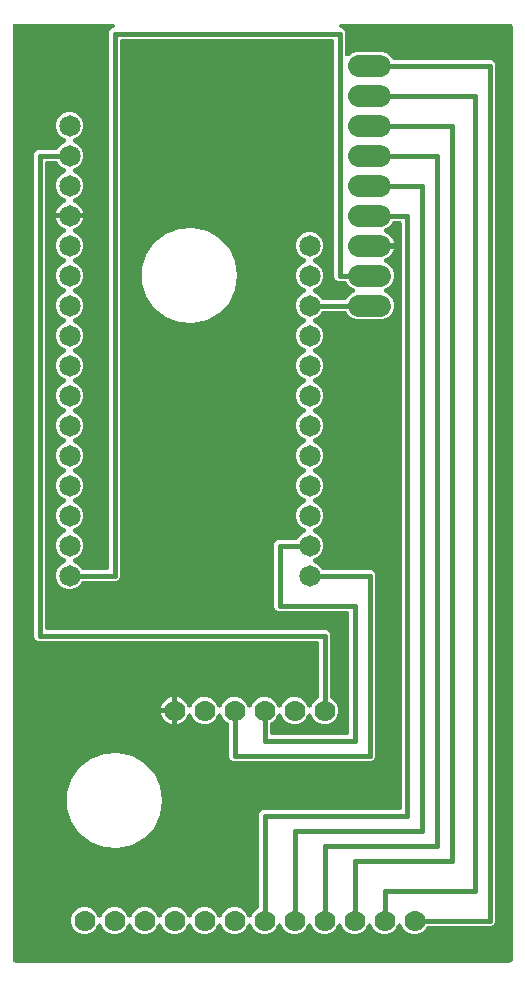
<source format=gbl>
G04 EAGLE Gerber RS-274X export*
G75*
%MOMM*%
%FSLAX34Y34*%
%LPD*%
%INBottomLayer*%
%IPPOS*%
%AMOC8*
5,1,8,0,0,1.08239X$1,22.5*%
G01*
%ADD10C,1.812800*%
%ADD11C,1.778000*%
%ADD12C,1.828800*%
%ADD13C,0.406400*%

G36*
X423946Y2543D02*
X423946Y2543D01*
X423964Y2541D01*
X424146Y2562D01*
X424329Y2581D01*
X424346Y2586D01*
X424363Y2588D01*
X424538Y2645D01*
X424714Y2699D01*
X424729Y2707D01*
X424746Y2713D01*
X424906Y2803D01*
X425068Y2891D01*
X425081Y2902D01*
X425097Y2911D01*
X425236Y3031D01*
X425377Y3148D01*
X425388Y3162D01*
X425402Y3174D01*
X425514Y3319D01*
X425629Y3462D01*
X425637Y3478D01*
X425648Y3492D01*
X425730Y3657D01*
X425815Y3819D01*
X425820Y3836D01*
X425828Y3852D01*
X425875Y4031D01*
X425926Y4206D01*
X425928Y4224D01*
X425932Y4241D01*
X425959Y4572D01*
X425959Y795428D01*
X425957Y795446D01*
X425959Y795464D01*
X425938Y795646D01*
X425919Y795829D01*
X425914Y795846D01*
X425912Y795863D01*
X425855Y796038D01*
X425801Y796214D01*
X425793Y796229D01*
X425787Y796246D01*
X425697Y796406D01*
X425609Y796568D01*
X425598Y796581D01*
X425589Y796597D01*
X425469Y796736D01*
X425352Y796877D01*
X425338Y796888D01*
X425326Y796902D01*
X425181Y797014D01*
X425038Y797129D01*
X425022Y797137D01*
X425008Y797148D01*
X424843Y797230D01*
X424681Y797315D01*
X424664Y797320D01*
X424648Y797328D01*
X424469Y797375D01*
X424294Y797426D01*
X424276Y797428D01*
X424259Y797432D01*
X423928Y797459D01*
X281327Y797459D01*
X281322Y797459D01*
X281318Y797459D01*
X281124Y797439D01*
X280926Y797419D01*
X280922Y797418D01*
X280917Y797418D01*
X280732Y797360D01*
X280541Y797301D01*
X280537Y797299D01*
X280533Y797298D01*
X280361Y797204D01*
X280187Y797109D01*
X280184Y797107D01*
X280180Y797104D01*
X280028Y796977D01*
X279878Y796852D01*
X279875Y796848D01*
X279872Y796845D01*
X279749Y796691D01*
X279626Y796538D01*
X279623Y796534D01*
X279621Y796531D01*
X279531Y796356D01*
X279440Y796181D01*
X279439Y796176D01*
X279437Y796172D01*
X279384Y795985D01*
X279329Y795794D01*
X279328Y795789D01*
X279327Y795785D01*
X279312Y795592D01*
X279296Y795392D01*
X279296Y795388D01*
X279296Y795384D01*
X279319Y795191D01*
X279343Y794993D01*
X279344Y794988D01*
X279345Y794984D01*
X279405Y794801D01*
X279468Y794610D01*
X279470Y794606D01*
X279471Y794602D01*
X279567Y794433D01*
X279665Y794259D01*
X279668Y794256D01*
X279671Y794252D01*
X279800Y794103D01*
X279929Y793955D01*
X279932Y793952D01*
X279935Y793948D01*
X280092Y793828D01*
X280247Y793708D01*
X280251Y793706D01*
X280254Y793703D01*
X280549Y793551D01*
X281990Y792955D01*
X283277Y791668D01*
X283973Y789988D01*
X283973Y771745D01*
X283974Y771736D01*
X283973Y771728D01*
X283994Y771536D01*
X284013Y771345D01*
X284015Y771336D01*
X284016Y771327D01*
X284074Y771145D01*
X284131Y770960D01*
X284135Y770952D01*
X284138Y770943D01*
X284231Y770775D01*
X284323Y770606D01*
X284328Y770599D01*
X284333Y770591D01*
X284458Y770443D01*
X284580Y770296D01*
X284587Y770291D01*
X284593Y770284D01*
X284745Y770164D01*
X284894Y770044D01*
X284902Y770040D01*
X284909Y770034D01*
X285081Y769947D01*
X285251Y769859D01*
X285260Y769856D01*
X285268Y769852D01*
X285454Y769800D01*
X285638Y769747D01*
X285647Y769747D01*
X285656Y769744D01*
X285848Y769730D01*
X286040Y769714D01*
X286048Y769715D01*
X286057Y769715D01*
X286250Y769739D01*
X286439Y769761D01*
X286448Y769764D01*
X286457Y769765D01*
X286640Y769827D01*
X286822Y769886D01*
X286830Y769891D01*
X286838Y769893D01*
X287004Y769989D01*
X287173Y770084D01*
X287180Y770090D01*
X287187Y770094D01*
X287440Y770309D01*
X289037Y771906D01*
X290574Y772542D01*
X290574Y772543D01*
X293332Y773685D01*
X316268Y773685D01*
X320563Y771906D01*
X323850Y768619D01*
X324178Y767827D01*
X324188Y767807D01*
X324195Y767786D01*
X324284Y767630D01*
X324368Y767472D01*
X324382Y767455D01*
X324393Y767435D01*
X324510Y767300D01*
X324625Y767161D01*
X324642Y767147D01*
X324656Y767130D01*
X324798Y767021D01*
X324937Y766908D01*
X324957Y766897D01*
X324975Y766884D01*
X325135Y766804D01*
X325294Y766721D01*
X325315Y766714D01*
X325335Y766704D01*
X325508Y766658D01*
X325680Y766608D01*
X325702Y766606D01*
X325724Y766600D01*
X326055Y766573D01*
X407310Y766573D01*
X408990Y765877D01*
X410277Y764590D01*
X410973Y762910D01*
X410973Y37190D01*
X410277Y35510D01*
X408990Y34223D01*
X407310Y33527D01*
X354736Y33527D01*
X354713Y33525D01*
X354691Y33527D01*
X354514Y33505D01*
X354335Y33487D01*
X354314Y33481D01*
X354292Y33478D01*
X354122Y33422D01*
X353950Y33369D01*
X353930Y33359D01*
X353909Y33352D01*
X353754Y33263D01*
X353596Y33177D01*
X353579Y33163D01*
X353560Y33152D01*
X353425Y33035D01*
X353287Y32920D01*
X353273Y32902D01*
X353256Y32888D01*
X353147Y32746D01*
X353035Y32606D01*
X353024Y32586D01*
X353011Y32568D01*
X352859Y32273D01*
X352591Y31625D01*
X349375Y28409D01*
X345387Y26758D01*
X345174Y26669D01*
X340626Y26669D01*
X336425Y28409D01*
X333209Y31625D01*
X332077Y34360D01*
X332072Y34368D01*
X332070Y34376D01*
X331976Y34547D01*
X331886Y34715D01*
X331881Y34722D01*
X331876Y34730D01*
X331752Y34878D01*
X331630Y35025D01*
X331623Y35031D01*
X331617Y35038D01*
X331467Y35158D01*
X331317Y35279D01*
X331309Y35283D01*
X331302Y35289D01*
X331130Y35377D01*
X330961Y35466D01*
X330952Y35469D01*
X330944Y35473D01*
X330758Y35525D01*
X330574Y35579D01*
X330565Y35580D01*
X330557Y35582D01*
X330366Y35597D01*
X330173Y35614D01*
X330164Y35613D01*
X330156Y35613D01*
X329964Y35590D01*
X329773Y35569D01*
X329765Y35566D01*
X329756Y35565D01*
X329573Y35504D01*
X329390Y35445D01*
X329382Y35441D01*
X329374Y35438D01*
X329207Y35343D01*
X329038Y35249D01*
X329032Y35243D01*
X329024Y35239D01*
X328879Y35112D01*
X328733Y34987D01*
X328727Y34980D01*
X328720Y34974D01*
X328603Y34821D01*
X328484Y34670D01*
X328480Y34662D01*
X328475Y34655D01*
X328323Y34360D01*
X327191Y31625D01*
X323975Y28409D01*
X319987Y26758D01*
X319774Y26669D01*
X315226Y26669D01*
X311025Y28409D01*
X307809Y31625D01*
X306677Y34360D01*
X306672Y34368D01*
X306670Y34376D01*
X306576Y34547D01*
X306486Y34715D01*
X306481Y34722D01*
X306476Y34730D01*
X306352Y34878D01*
X306230Y35025D01*
X306223Y35031D01*
X306217Y35038D01*
X306067Y35158D01*
X305917Y35279D01*
X305909Y35283D01*
X305902Y35289D01*
X305730Y35377D01*
X305561Y35466D01*
X305552Y35469D01*
X305544Y35473D01*
X305358Y35525D01*
X305174Y35579D01*
X305165Y35580D01*
X305157Y35582D01*
X304966Y35597D01*
X304773Y35614D01*
X304764Y35613D01*
X304756Y35613D01*
X304564Y35590D01*
X304373Y35569D01*
X304365Y35566D01*
X304356Y35565D01*
X304173Y35504D01*
X303990Y35445D01*
X303982Y35441D01*
X303974Y35438D01*
X303807Y35343D01*
X303638Y35249D01*
X303632Y35243D01*
X303624Y35239D01*
X303479Y35112D01*
X303333Y34987D01*
X303327Y34980D01*
X303320Y34974D01*
X303203Y34821D01*
X303084Y34670D01*
X303080Y34662D01*
X303075Y34655D01*
X302923Y34360D01*
X301791Y31625D01*
X298575Y28409D01*
X294587Y26758D01*
X294374Y26669D01*
X289826Y26669D01*
X285625Y28409D01*
X282409Y31625D01*
X281277Y34360D01*
X281272Y34368D01*
X281270Y34376D01*
X281176Y34547D01*
X281086Y34715D01*
X281081Y34722D01*
X281076Y34730D01*
X280952Y34878D01*
X280830Y35025D01*
X280823Y35031D01*
X280817Y35038D01*
X280667Y35158D01*
X280517Y35279D01*
X280509Y35283D01*
X280502Y35289D01*
X280330Y35377D01*
X280161Y35466D01*
X280152Y35469D01*
X280144Y35473D01*
X279958Y35525D01*
X279774Y35579D01*
X279765Y35580D01*
X279757Y35582D01*
X279566Y35597D01*
X279373Y35614D01*
X279364Y35613D01*
X279356Y35613D01*
X279164Y35590D01*
X278973Y35569D01*
X278965Y35566D01*
X278956Y35565D01*
X278773Y35504D01*
X278590Y35445D01*
X278582Y35441D01*
X278574Y35438D01*
X278407Y35343D01*
X278238Y35249D01*
X278232Y35243D01*
X278224Y35239D01*
X278079Y35112D01*
X277933Y34987D01*
X277927Y34980D01*
X277920Y34974D01*
X277803Y34821D01*
X277684Y34670D01*
X277680Y34662D01*
X277675Y34655D01*
X277523Y34360D01*
X276391Y31625D01*
X273175Y28409D01*
X269187Y26758D01*
X268974Y26669D01*
X264426Y26669D01*
X260225Y28409D01*
X257009Y31625D01*
X255877Y34360D01*
X255872Y34368D01*
X255870Y34376D01*
X255776Y34547D01*
X255686Y34715D01*
X255681Y34722D01*
X255676Y34730D01*
X255552Y34878D01*
X255430Y35025D01*
X255423Y35031D01*
X255417Y35038D01*
X255267Y35158D01*
X255117Y35279D01*
X255109Y35283D01*
X255102Y35289D01*
X254930Y35377D01*
X254761Y35466D01*
X254752Y35469D01*
X254744Y35473D01*
X254558Y35525D01*
X254374Y35579D01*
X254365Y35580D01*
X254357Y35582D01*
X254166Y35597D01*
X253973Y35614D01*
X253964Y35613D01*
X253956Y35613D01*
X253764Y35590D01*
X253573Y35569D01*
X253565Y35566D01*
X253556Y35565D01*
X253373Y35504D01*
X253190Y35445D01*
X253182Y35441D01*
X253174Y35438D01*
X253007Y35343D01*
X252838Y35249D01*
X252832Y35243D01*
X252824Y35239D01*
X252679Y35112D01*
X252533Y34987D01*
X252527Y34980D01*
X252520Y34974D01*
X252403Y34821D01*
X252284Y34670D01*
X252280Y34662D01*
X252275Y34655D01*
X252123Y34360D01*
X250991Y31625D01*
X247775Y28409D01*
X243787Y26758D01*
X243574Y26669D01*
X239026Y26669D01*
X234825Y28409D01*
X231609Y31625D01*
X230477Y34360D01*
X230472Y34368D01*
X230470Y34376D01*
X230378Y34544D01*
X230286Y34715D01*
X230281Y34722D01*
X230276Y34730D01*
X230153Y34876D01*
X230030Y35025D01*
X230023Y35031D01*
X230017Y35038D01*
X229867Y35157D01*
X229717Y35279D01*
X229709Y35283D01*
X229703Y35289D01*
X229531Y35377D01*
X229361Y35466D01*
X229352Y35469D01*
X229344Y35473D01*
X229159Y35525D01*
X228974Y35579D01*
X228966Y35580D01*
X228957Y35582D01*
X228766Y35597D01*
X228573Y35614D01*
X228564Y35613D01*
X228556Y35613D01*
X228363Y35590D01*
X228173Y35569D01*
X228165Y35566D01*
X228156Y35565D01*
X227971Y35504D01*
X227790Y35445D01*
X227782Y35441D01*
X227774Y35438D01*
X227606Y35343D01*
X227438Y35249D01*
X227432Y35243D01*
X227424Y35239D01*
X227279Y35112D01*
X227133Y34987D01*
X227127Y34980D01*
X227120Y34974D01*
X227003Y34822D01*
X226884Y34670D01*
X226880Y34662D01*
X226875Y34655D01*
X226723Y34360D01*
X225591Y31625D01*
X222375Y28409D01*
X218387Y26758D01*
X218174Y26669D01*
X213626Y26669D01*
X209425Y28409D01*
X206209Y31625D01*
X205077Y34360D01*
X205072Y34368D01*
X205070Y34376D01*
X204977Y34545D01*
X204886Y34715D01*
X204881Y34722D01*
X204876Y34730D01*
X204752Y34877D01*
X204630Y35025D01*
X204623Y35031D01*
X204617Y35038D01*
X204466Y35158D01*
X204317Y35279D01*
X204310Y35283D01*
X204302Y35289D01*
X204132Y35376D01*
X203961Y35466D01*
X203952Y35469D01*
X203944Y35473D01*
X203762Y35524D01*
X203574Y35579D01*
X203565Y35580D01*
X203557Y35582D01*
X203366Y35597D01*
X203173Y35614D01*
X203164Y35613D01*
X203156Y35613D01*
X202965Y35590D01*
X202773Y35569D01*
X202765Y35566D01*
X202756Y35565D01*
X202575Y35505D01*
X202390Y35445D01*
X202382Y35441D01*
X202374Y35438D01*
X202207Y35343D01*
X202038Y35249D01*
X202032Y35243D01*
X202024Y35239D01*
X201877Y35111D01*
X201733Y34987D01*
X201727Y34980D01*
X201720Y34974D01*
X201603Y34821D01*
X201484Y34670D01*
X201480Y34662D01*
X201475Y34655D01*
X201323Y34360D01*
X200191Y31625D01*
X196975Y28409D01*
X192987Y26758D01*
X192774Y26669D01*
X188226Y26669D01*
X184025Y28409D01*
X180809Y31625D01*
X179677Y34360D01*
X179672Y34368D01*
X179670Y34376D01*
X179578Y34544D01*
X179486Y34715D01*
X179481Y34722D01*
X179476Y34730D01*
X179353Y34876D01*
X179230Y35025D01*
X179223Y35031D01*
X179217Y35038D01*
X179067Y35158D01*
X178917Y35279D01*
X178909Y35283D01*
X178903Y35289D01*
X178732Y35376D01*
X178561Y35466D01*
X178552Y35469D01*
X178544Y35473D01*
X178360Y35525D01*
X178174Y35579D01*
X178166Y35580D01*
X178157Y35582D01*
X177966Y35597D01*
X177773Y35614D01*
X177764Y35613D01*
X177756Y35613D01*
X177566Y35590D01*
X177373Y35569D01*
X177365Y35566D01*
X177356Y35565D01*
X177174Y35505D01*
X176990Y35445D01*
X176982Y35441D01*
X176974Y35438D01*
X176806Y35343D01*
X176638Y35249D01*
X176632Y35243D01*
X176624Y35239D01*
X176479Y35112D01*
X176333Y34987D01*
X176327Y34980D01*
X176320Y34974D01*
X176203Y34822D01*
X176084Y34670D01*
X176080Y34662D01*
X176075Y34655D01*
X175923Y34360D01*
X174791Y31625D01*
X171575Y28409D01*
X167587Y26758D01*
X167374Y26669D01*
X162826Y26669D01*
X158625Y28409D01*
X155409Y31625D01*
X154277Y34360D01*
X154272Y34368D01*
X154270Y34376D01*
X154178Y34544D01*
X154086Y34715D01*
X154081Y34722D01*
X154076Y34730D01*
X153953Y34876D01*
X153830Y35025D01*
X153823Y35031D01*
X153817Y35038D01*
X153667Y35158D01*
X153517Y35279D01*
X153509Y35283D01*
X153503Y35289D01*
X153332Y35376D01*
X153161Y35466D01*
X153152Y35469D01*
X153144Y35473D01*
X152960Y35525D01*
X152774Y35579D01*
X152766Y35580D01*
X152757Y35582D01*
X152566Y35597D01*
X152373Y35614D01*
X152364Y35613D01*
X152356Y35613D01*
X152166Y35590D01*
X151973Y35569D01*
X151965Y35566D01*
X151956Y35565D01*
X151774Y35505D01*
X151590Y35445D01*
X151582Y35441D01*
X151574Y35438D01*
X151406Y35343D01*
X151238Y35249D01*
X151232Y35243D01*
X151224Y35239D01*
X151079Y35112D01*
X150933Y34987D01*
X150927Y34980D01*
X150920Y34974D01*
X150803Y34822D01*
X150684Y34670D01*
X150680Y34662D01*
X150675Y34655D01*
X150523Y34360D01*
X149391Y31625D01*
X146175Y28409D01*
X142187Y26758D01*
X141974Y26669D01*
X137426Y26669D01*
X133225Y28409D01*
X130009Y31625D01*
X128877Y34360D01*
X128872Y34368D01*
X128870Y34376D01*
X128778Y34544D01*
X128686Y34715D01*
X128681Y34722D01*
X128676Y34730D01*
X128553Y34876D01*
X128430Y35025D01*
X128423Y35031D01*
X128417Y35038D01*
X128267Y35158D01*
X128117Y35279D01*
X128109Y35283D01*
X128103Y35289D01*
X127932Y35376D01*
X127761Y35466D01*
X127752Y35469D01*
X127744Y35473D01*
X127560Y35525D01*
X127374Y35579D01*
X127366Y35580D01*
X127357Y35582D01*
X127166Y35597D01*
X126973Y35614D01*
X126964Y35613D01*
X126956Y35613D01*
X126766Y35590D01*
X126573Y35569D01*
X126565Y35566D01*
X126556Y35565D01*
X126374Y35505D01*
X126190Y35445D01*
X126182Y35441D01*
X126174Y35438D01*
X126006Y35343D01*
X125838Y35249D01*
X125832Y35243D01*
X125824Y35239D01*
X125679Y35112D01*
X125533Y34987D01*
X125527Y34980D01*
X125520Y34974D01*
X125403Y34822D01*
X125284Y34670D01*
X125280Y34662D01*
X125275Y34655D01*
X125123Y34360D01*
X123991Y31625D01*
X120775Y28409D01*
X116787Y26758D01*
X116574Y26669D01*
X112026Y26669D01*
X107825Y28409D01*
X104609Y31625D01*
X103477Y34360D01*
X103472Y34368D01*
X103470Y34376D01*
X103378Y34544D01*
X103286Y34715D01*
X103281Y34722D01*
X103276Y34730D01*
X103153Y34876D01*
X103030Y35025D01*
X103023Y35031D01*
X103017Y35038D01*
X102867Y35158D01*
X102717Y35279D01*
X102709Y35283D01*
X102703Y35289D01*
X102532Y35376D01*
X102361Y35466D01*
X102352Y35469D01*
X102344Y35473D01*
X102160Y35525D01*
X101974Y35579D01*
X101966Y35580D01*
X101957Y35582D01*
X101766Y35597D01*
X101573Y35614D01*
X101564Y35613D01*
X101556Y35613D01*
X101366Y35590D01*
X101173Y35569D01*
X101165Y35566D01*
X101156Y35565D01*
X100974Y35505D01*
X100790Y35445D01*
X100782Y35441D01*
X100774Y35438D01*
X100606Y35343D01*
X100438Y35249D01*
X100432Y35243D01*
X100424Y35239D01*
X100279Y35112D01*
X100133Y34987D01*
X100127Y34980D01*
X100120Y34974D01*
X100003Y34822D01*
X99884Y34670D01*
X99880Y34662D01*
X99875Y34655D01*
X99723Y34360D01*
X98591Y31625D01*
X95375Y28409D01*
X91387Y26758D01*
X91174Y26669D01*
X86626Y26669D01*
X82425Y28409D01*
X79209Y31625D01*
X78077Y34360D01*
X78072Y34368D01*
X78070Y34376D01*
X77978Y34544D01*
X77886Y34715D01*
X77881Y34722D01*
X77876Y34730D01*
X77753Y34876D01*
X77630Y35025D01*
X77623Y35031D01*
X77617Y35038D01*
X77467Y35158D01*
X77317Y35279D01*
X77309Y35283D01*
X77303Y35289D01*
X77132Y35376D01*
X76961Y35466D01*
X76952Y35469D01*
X76944Y35473D01*
X76760Y35525D01*
X76574Y35579D01*
X76566Y35580D01*
X76557Y35582D01*
X76366Y35597D01*
X76173Y35614D01*
X76164Y35613D01*
X76156Y35613D01*
X75966Y35590D01*
X75773Y35569D01*
X75765Y35566D01*
X75756Y35565D01*
X75574Y35505D01*
X75390Y35445D01*
X75382Y35441D01*
X75374Y35438D01*
X75206Y35343D01*
X75038Y35249D01*
X75032Y35243D01*
X75024Y35239D01*
X74879Y35112D01*
X74733Y34987D01*
X74727Y34980D01*
X74720Y34974D01*
X74603Y34822D01*
X74484Y34670D01*
X74480Y34662D01*
X74475Y34655D01*
X74323Y34360D01*
X73191Y31625D01*
X69975Y28409D01*
X65987Y26758D01*
X65774Y26669D01*
X61226Y26669D01*
X57025Y28409D01*
X53809Y31625D01*
X52069Y35826D01*
X52069Y40374D01*
X53809Y44575D01*
X57025Y47791D01*
X61226Y49531D01*
X65774Y49531D01*
X69975Y47791D01*
X73191Y44575D01*
X74323Y41840D01*
X74328Y41832D01*
X74330Y41824D01*
X74424Y41653D01*
X74514Y41485D01*
X74519Y41478D01*
X74524Y41470D01*
X74648Y41322D01*
X74770Y41175D01*
X74777Y41169D01*
X74783Y41162D01*
X74933Y41042D01*
X75083Y40921D01*
X75091Y40917D01*
X75098Y40911D01*
X75270Y40823D01*
X75439Y40734D01*
X75448Y40731D01*
X75456Y40727D01*
X75642Y40675D01*
X75826Y40621D01*
X75835Y40620D01*
X75843Y40618D01*
X76034Y40603D01*
X76227Y40586D01*
X76236Y40587D01*
X76244Y40587D01*
X76436Y40610D01*
X76627Y40631D01*
X76635Y40634D01*
X76644Y40635D01*
X76827Y40696D01*
X77010Y40755D01*
X77018Y40759D01*
X77026Y40762D01*
X77193Y40857D01*
X77362Y40951D01*
X77368Y40957D01*
X77376Y40961D01*
X77521Y41088D01*
X77667Y41213D01*
X77673Y41220D01*
X77680Y41226D01*
X77797Y41379D01*
X77916Y41530D01*
X77920Y41538D01*
X77925Y41545D01*
X78077Y41840D01*
X79209Y44575D01*
X82425Y47791D01*
X86626Y49531D01*
X91174Y49531D01*
X95375Y47791D01*
X98591Y44575D01*
X99723Y41840D01*
X99728Y41832D01*
X99730Y41824D01*
X99824Y41653D01*
X99914Y41485D01*
X99919Y41478D01*
X99924Y41470D01*
X100048Y41322D01*
X100170Y41175D01*
X100177Y41169D01*
X100183Y41162D01*
X100333Y41042D01*
X100483Y40921D01*
X100491Y40917D01*
X100498Y40911D01*
X100670Y40823D01*
X100839Y40734D01*
X100848Y40731D01*
X100856Y40727D01*
X101042Y40675D01*
X101226Y40621D01*
X101235Y40620D01*
X101243Y40618D01*
X101434Y40603D01*
X101627Y40586D01*
X101636Y40587D01*
X101644Y40587D01*
X101836Y40610D01*
X102027Y40631D01*
X102035Y40634D01*
X102044Y40635D01*
X102227Y40696D01*
X102410Y40755D01*
X102418Y40759D01*
X102426Y40762D01*
X102593Y40857D01*
X102762Y40951D01*
X102768Y40957D01*
X102776Y40961D01*
X102921Y41088D01*
X103067Y41213D01*
X103073Y41220D01*
X103080Y41226D01*
X103197Y41379D01*
X103316Y41530D01*
X103320Y41538D01*
X103325Y41545D01*
X103477Y41840D01*
X104609Y44575D01*
X107825Y47791D01*
X112026Y49531D01*
X116574Y49531D01*
X120775Y47791D01*
X123991Y44575D01*
X125123Y41840D01*
X125128Y41832D01*
X125130Y41824D01*
X125224Y41653D01*
X125314Y41485D01*
X125319Y41478D01*
X125324Y41470D01*
X125448Y41322D01*
X125570Y41175D01*
X125577Y41169D01*
X125583Y41162D01*
X125733Y41042D01*
X125883Y40921D01*
X125891Y40917D01*
X125898Y40911D01*
X126070Y40823D01*
X126239Y40734D01*
X126248Y40731D01*
X126256Y40727D01*
X126442Y40675D01*
X126626Y40621D01*
X126635Y40620D01*
X126643Y40618D01*
X126834Y40603D01*
X127027Y40586D01*
X127036Y40587D01*
X127044Y40587D01*
X127236Y40610D01*
X127427Y40631D01*
X127435Y40634D01*
X127444Y40635D01*
X127627Y40696D01*
X127810Y40755D01*
X127818Y40759D01*
X127826Y40762D01*
X127993Y40857D01*
X128162Y40951D01*
X128168Y40957D01*
X128176Y40961D01*
X128321Y41088D01*
X128467Y41213D01*
X128473Y41220D01*
X128480Y41226D01*
X128597Y41379D01*
X128716Y41530D01*
X128720Y41538D01*
X128725Y41545D01*
X128877Y41840D01*
X130009Y44575D01*
X133225Y47791D01*
X137426Y49531D01*
X141974Y49531D01*
X146175Y47791D01*
X149391Y44575D01*
X150523Y41840D01*
X150528Y41832D01*
X150530Y41824D01*
X150624Y41653D01*
X150714Y41485D01*
X150719Y41478D01*
X150724Y41470D01*
X150848Y41322D01*
X150970Y41175D01*
X150977Y41169D01*
X150983Y41162D01*
X151133Y41042D01*
X151283Y40921D01*
X151291Y40917D01*
X151298Y40911D01*
X151470Y40823D01*
X151639Y40734D01*
X151648Y40731D01*
X151656Y40727D01*
X151842Y40675D01*
X152026Y40621D01*
X152035Y40620D01*
X152043Y40618D01*
X152234Y40603D01*
X152427Y40586D01*
X152436Y40587D01*
X152444Y40587D01*
X152636Y40610D01*
X152827Y40631D01*
X152835Y40634D01*
X152844Y40635D01*
X153027Y40696D01*
X153210Y40755D01*
X153218Y40759D01*
X153226Y40762D01*
X153393Y40857D01*
X153562Y40951D01*
X153568Y40957D01*
X153576Y40961D01*
X153721Y41088D01*
X153867Y41213D01*
X153873Y41220D01*
X153880Y41226D01*
X153997Y41379D01*
X154116Y41530D01*
X154120Y41538D01*
X154125Y41545D01*
X154277Y41840D01*
X155409Y44575D01*
X158625Y47791D01*
X162826Y49531D01*
X167374Y49531D01*
X171575Y47791D01*
X174791Y44575D01*
X175923Y41840D01*
X175928Y41832D01*
X175930Y41824D01*
X176024Y41653D01*
X176114Y41485D01*
X176119Y41478D01*
X176124Y41470D01*
X176248Y41322D01*
X176370Y41175D01*
X176377Y41169D01*
X176383Y41162D01*
X176533Y41042D01*
X176683Y40921D01*
X176691Y40917D01*
X176698Y40911D01*
X176870Y40823D01*
X177039Y40734D01*
X177048Y40731D01*
X177056Y40727D01*
X177242Y40675D01*
X177426Y40621D01*
X177435Y40620D01*
X177443Y40618D01*
X177634Y40603D01*
X177827Y40586D01*
X177836Y40587D01*
X177844Y40587D01*
X178036Y40610D01*
X178227Y40631D01*
X178235Y40634D01*
X178244Y40635D01*
X178427Y40696D01*
X178610Y40755D01*
X178618Y40759D01*
X178626Y40762D01*
X178793Y40857D01*
X178962Y40951D01*
X178968Y40957D01*
X178976Y40961D01*
X179121Y41088D01*
X179267Y41213D01*
X179273Y41220D01*
X179280Y41226D01*
X179397Y41379D01*
X179516Y41530D01*
X179520Y41538D01*
X179525Y41545D01*
X179677Y41840D01*
X180809Y44575D01*
X184025Y47791D01*
X188226Y49531D01*
X192774Y49531D01*
X196975Y47791D01*
X200191Y44575D01*
X201323Y41840D01*
X201328Y41832D01*
X201330Y41824D01*
X201422Y41656D01*
X201514Y41485D01*
X201519Y41478D01*
X201524Y41470D01*
X201647Y41324D01*
X201770Y41175D01*
X201777Y41169D01*
X201783Y41162D01*
X201933Y41043D01*
X202083Y40921D01*
X202091Y40917D01*
X202097Y40911D01*
X202269Y40823D01*
X202439Y40734D01*
X202448Y40731D01*
X202456Y40727D01*
X202641Y40675D01*
X202826Y40621D01*
X202834Y40620D01*
X202843Y40618D01*
X203034Y40603D01*
X203227Y40586D01*
X203236Y40587D01*
X203244Y40587D01*
X203437Y40610D01*
X203627Y40631D01*
X203635Y40634D01*
X203644Y40635D01*
X203829Y40696D01*
X204010Y40755D01*
X204018Y40759D01*
X204026Y40762D01*
X204194Y40857D01*
X204362Y40951D01*
X204368Y40957D01*
X204376Y40961D01*
X204521Y41088D01*
X204667Y41213D01*
X204673Y41220D01*
X204680Y41226D01*
X204797Y41378D01*
X204916Y41530D01*
X204920Y41538D01*
X204925Y41545D01*
X205077Y41840D01*
X206209Y44575D01*
X209425Y47791D01*
X210073Y48059D01*
X210093Y48070D01*
X210114Y48076D01*
X210270Y48165D01*
X210428Y48249D01*
X210445Y48263D01*
X210465Y48274D01*
X210600Y48391D01*
X210739Y48506D01*
X210753Y48523D01*
X210770Y48538D01*
X210879Y48679D01*
X210992Y48818D01*
X211003Y48838D01*
X211016Y48856D01*
X211096Y49016D01*
X211179Y49175D01*
X211186Y49196D01*
X211196Y49216D01*
X211242Y49390D01*
X211292Y49561D01*
X211294Y49583D01*
X211300Y49605D01*
X211327Y49936D01*
X211327Y127910D01*
X212023Y129590D01*
X213310Y130877D01*
X214990Y131573D01*
X329946Y131573D01*
X329964Y131575D01*
X329982Y131573D01*
X330164Y131594D01*
X330347Y131613D01*
X330364Y131618D01*
X330381Y131620D01*
X330556Y131677D01*
X330732Y131731D01*
X330747Y131739D01*
X330764Y131745D01*
X330924Y131835D01*
X331086Y131923D01*
X331099Y131934D01*
X331115Y131943D01*
X331254Y132063D01*
X331395Y132180D01*
X331406Y132194D01*
X331420Y132206D01*
X331532Y132351D01*
X331647Y132494D01*
X331655Y132510D01*
X331666Y132524D01*
X331748Y132689D01*
X331833Y132851D01*
X331838Y132868D01*
X331846Y132884D01*
X331893Y133063D01*
X331944Y133238D01*
X331946Y133256D01*
X331950Y133273D01*
X331977Y133604D01*
X331977Y628396D01*
X331975Y628414D01*
X331977Y628432D01*
X331956Y628614D01*
X331937Y628797D01*
X331932Y628814D01*
X331930Y628831D01*
X331873Y629006D01*
X331819Y629182D01*
X331811Y629197D01*
X331805Y629214D01*
X331715Y629374D01*
X331627Y629536D01*
X331616Y629549D01*
X331607Y629565D01*
X331487Y629704D01*
X331370Y629845D01*
X331356Y629856D01*
X331344Y629870D01*
X331199Y629982D01*
X331056Y630097D01*
X331040Y630105D01*
X331026Y630116D01*
X330861Y630198D01*
X330699Y630283D01*
X330682Y630288D01*
X330666Y630296D01*
X330487Y630343D01*
X330312Y630394D01*
X330294Y630396D01*
X330277Y630400D01*
X329946Y630427D01*
X326055Y630427D01*
X326032Y630425D01*
X326010Y630427D01*
X325833Y630405D01*
X325654Y630387D01*
X325633Y630381D01*
X325610Y630378D01*
X325441Y630322D01*
X325269Y630269D01*
X325249Y630259D01*
X325228Y630252D01*
X325073Y630163D01*
X324915Y630077D01*
X324898Y630063D01*
X324879Y630052D01*
X324744Y629935D01*
X324606Y629820D01*
X324592Y629802D01*
X324575Y629788D01*
X324466Y629646D01*
X324353Y629506D01*
X324343Y629486D01*
X324330Y629468D01*
X324178Y629173D01*
X323850Y628381D01*
X320563Y625094D01*
X318400Y624198D01*
X318321Y624156D01*
X318238Y624123D01*
X318144Y624061D01*
X318045Y624008D01*
X317976Y623951D01*
X317902Y623902D01*
X317821Y623823D01*
X317734Y623752D01*
X317678Y623682D01*
X317615Y623620D01*
X317552Y623526D01*
X317481Y623439D01*
X317439Y623360D01*
X317389Y623286D01*
X317346Y623182D01*
X317294Y623082D01*
X317269Y622997D01*
X317234Y622915D01*
X317212Y622804D01*
X317181Y622696D01*
X317173Y622607D01*
X317156Y622520D01*
X317156Y622407D01*
X317146Y622295D01*
X317156Y622206D01*
X317156Y622117D01*
X317179Y622007D01*
X317191Y621895D01*
X317218Y621810D01*
X317236Y621723D01*
X317280Y621619D01*
X317314Y621511D01*
X317358Y621434D01*
X317392Y621352D01*
X317456Y621258D01*
X317511Y621160D01*
X317569Y621092D01*
X317619Y621019D01*
X317699Y620940D01*
X317772Y620854D01*
X317843Y620799D01*
X317906Y620737D01*
X318001Y620675D01*
X318090Y620606D01*
X318169Y620566D01*
X318244Y620517D01*
X318308Y620491D01*
X320068Y619594D01*
X321556Y618513D01*
X322857Y617212D01*
X323938Y615724D01*
X324773Y614086D01*
X325341Y612336D01*
X325372Y612139D01*
X305308Y612139D01*
X305290Y612137D01*
X305273Y612139D01*
X305090Y612118D01*
X304908Y612099D01*
X304891Y612094D01*
X304873Y612092D01*
X304698Y612035D01*
X304523Y611981D01*
X304507Y611973D01*
X304490Y611967D01*
X304330Y611877D01*
X304169Y611789D01*
X304155Y611778D01*
X304139Y611769D01*
X304000Y611649D01*
X303859Y611532D01*
X303848Y611518D01*
X303835Y611506D01*
X303722Y611361D01*
X303607Y611218D01*
X303599Y611202D01*
X303588Y611188D01*
X303506Y611023D01*
X303422Y610861D01*
X303417Y610844D01*
X303409Y610828D01*
X303361Y610649D01*
X303310Y610474D01*
X303309Y610456D01*
X303304Y610439D01*
X303277Y610108D01*
X303277Y609092D01*
X303279Y609074D01*
X303277Y609056D01*
X303299Y608874D01*
X303317Y608691D01*
X303322Y608674D01*
X303324Y608657D01*
X303381Y608482D01*
X303435Y608306D01*
X303443Y608291D01*
X303449Y608274D01*
X303539Y608114D01*
X303627Y607952D01*
X303638Y607939D01*
X303647Y607923D01*
X303767Y607784D01*
X303885Y607643D01*
X303898Y607632D01*
X303910Y607618D01*
X304055Y607506D01*
X304198Y607391D01*
X304214Y607383D01*
X304228Y607372D01*
X304393Y607290D01*
X304556Y607205D01*
X304573Y607200D01*
X304589Y607192D01*
X304767Y607144D01*
X304942Y607094D01*
X304960Y607092D01*
X304977Y607088D01*
X305308Y607061D01*
X325372Y607061D01*
X325341Y606864D01*
X324773Y605114D01*
X323938Y603476D01*
X322857Y601988D01*
X321556Y600687D01*
X320068Y599606D01*
X318385Y598749D01*
X318383Y598748D01*
X318373Y598743D01*
X318287Y598699D01*
X318270Y598688D01*
X318181Y598649D01*
X318108Y598598D01*
X318030Y598555D01*
X317944Y598482D01*
X317852Y598418D01*
X317790Y598353D01*
X317722Y598296D01*
X317652Y598208D01*
X317574Y598126D01*
X317527Y598051D01*
X317471Y597981D01*
X317420Y597881D01*
X317359Y597785D01*
X317328Y597702D01*
X317287Y597623D01*
X317256Y597514D01*
X317216Y597409D01*
X317202Y597321D01*
X317177Y597235D01*
X317169Y597123D01*
X317150Y597012D01*
X317153Y596923D01*
X317146Y596834D01*
X317160Y596722D01*
X317164Y596610D01*
X317184Y596523D01*
X317195Y596434D01*
X317230Y596328D01*
X317256Y596218D01*
X317293Y596137D01*
X317321Y596052D01*
X317377Y595954D01*
X317424Y595852D01*
X317477Y595780D01*
X317521Y595702D01*
X317595Y595617D01*
X317661Y595526D01*
X317727Y595466D01*
X317785Y595399D01*
X317875Y595330D01*
X317958Y595254D01*
X318034Y595208D01*
X318105Y595153D01*
X318230Y595089D01*
X318302Y595045D01*
X318346Y595030D01*
X318400Y595002D01*
X320563Y594106D01*
X323850Y590819D01*
X325629Y586524D01*
X325629Y581876D01*
X323850Y577581D01*
X320563Y574294D01*
X318348Y573377D01*
X318340Y573372D01*
X318331Y573370D01*
X318163Y573278D01*
X317993Y573186D01*
X317986Y573181D01*
X317978Y573176D01*
X317832Y573053D01*
X317683Y572930D01*
X317677Y572923D01*
X317670Y572917D01*
X317550Y572767D01*
X317429Y572617D01*
X317425Y572609D01*
X317419Y572603D01*
X317331Y572432D01*
X317242Y572261D01*
X317239Y572252D01*
X317235Y572244D01*
X317183Y572060D01*
X317129Y571874D01*
X317128Y571866D01*
X317125Y571857D01*
X317111Y571666D01*
X317094Y571473D01*
X317095Y571464D01*
X317094Y571456D01*
X317117Y571266D01*
X317139Y571073D01*
X317142Y571065D01*
X317143Y571056D01*
X317204Y570872D01*
X317262Y570690D01*
X317267Y570682D01*
X317269Y570674D01*
X317365Y570506D01*
X317459Y570338D01*
X317464Y570332D01*
X317469Y570324D01*
X317595Y570179D01*
X317721Y570033D01*
X317728Y570027D01*
X317733Y570020D01*
X317887Y569903D01*
X318038Y569784D01*
X318045Y569780D01*
X318053Y569775D01*
X318348Y569623D01*
X320563Y568706D01*
X323850Y565419D01*
X325629Y561124D01*
X325629Y556476D01*
X323850Y552181D01*
X320563Y548894D01*
X316268Y547115D01*
X293332Y547115D01*
X289037Y548894D01*
X285750Y552181D01*
X285422Y552973D01*
X285412Y552993D01*
X285405Y553014D01*
X285316Y553170D01*
X285232Y553328D01*
X285218Y553345D01*
X285207Y553365D01*
X285090Y553500D01*
X284975Y553639D01*
X284958Y553653D01*
X284944Y553670D01*
X284802Y553779D01*
X284663Y553892D01*
X284643Y553903D01*
X284625Y553916D01*
X284465Y553996D01*
X284306Y554079D01*
X284285Y554086D01*
X284265Y554096D01*
X284092Y554142D01*
X283920Y554192D01*
X283898Y554194D01*
X283876Y554200D01*
X283545Y554227D01*
X266024Y554227D01*
X266002Y554225D01*
X265980Y554227D01*
X265802Y554205D01*
X265623Y554187D01*
X265602Y554181D01*
X265580Y554178D01*
X265409Y554122D01*
X265239Y554069D01*
X265219Y554059D01*
X265198Y554052D01*
X265042Y553963D01*
X264884Y553877D01*
X264867Y553863D01*
X264848Y553852D01*
X264713Y553734D01*
X264575Y553620D01*
X264561Y553602D01*
X264544Y553588D01*
X264435Y553445D01*
X264323Y553306D01*
X264313Y553286D01*
X264299Y553269D01*
X264147Y552973D01*
X263838Y552226D01*
X260574Y548962D01*
X258195Y547977D01*
X258187Y547972D01*
X258178Y547970D01*
X258008Y547877D01*
X257840Y547786D01*
X257833Y547781D01*
X257825Y547776D01*
X257677Y547652D01*
X257529Y547530D01*
X257524Y547523D01*
X257517Y547517D01*
X257397Y547367D01*
X257276Y547217D01*
X257272Y547209D01*
X257266Y547202D01*
X257179Y547033D01*
X257089Y546861D01*
X257086Y546852D01*
X257082Y546844D01*
X257030Y546662D01*
X256976Y546474D01*
X256975Y546465D01*
X256972Y546457D01*
X256958Y546266D01*
X256941Y546073D01*
X256942Y546064D01*
X256941Y546056D01*
X256965Y545865D01*
X256986Y545673D01*
X256989Y545665D01*
X256990Y545656D01*
X257050Y545474D01*
X257109Y545290D01*
X257114Y545282D01*
X257116Y545274D01*
X257212Y545106D01*
X257306Y544938D01*
X257311Y544932D01*
X257316Y544924D01*
X257443Y544778D01*
X257567Y544633D01*
X257575Y544627D01*
X257580Y544620D01*
X257733Y544503D01*
X257885Y544384D01*
X257893Y544380D01*
X257900Y544375D01*
X258195Y544223D01*
X260574Y543238D01*
X263838Y539974D01*
X265605Y535708D01*
X265605Y531092D01*
X263838Y526826D01*
X260574Y523562D01*
X258195Y522577D01*
X258187Y522572D01*
X258178Y522570D01*
X258008Y522477D01*
X257840Y522386D01*
X257833Y522381D01*
X257825Y522376D01*
X257677Y522252D01*
X257529Y522130D01*
X257524Y522123D01*
X257517Y522117D01*
X257397Y521967D01*
X257276Y521817D01*
X257272Y521809D01*
X257266Y521802D01*
X257179Y521633D01*
X257089Y521461D01*
X257086Y521452D01*
X257082Y521444D01*
X257030Y521262D01*
X256976Y521074D01*
X256975Y521065D01*
X256972Y521057D01*
X256958Y520866D01*
X256941Y520673D01*
X256942Y520664D01*
X256941Y520656D01*
X256965Y520465D01*
X256986Y520273D01*
X256989Y520265D01*
X256990Y520256D01*
X257050Y520074D01*
X257109Y519890D01*
X257114Y519882D01*
X257116Y519874D01*
X257212Y519706D01*
X257306Y519538D01*
X257311Y519532D01*
X257316Y519524D01*
X257443Y519378D01*
X257567Y519233D01*
X257575Y519227D01*
X257580Y519220D01*
X257733Y519103D01*
X257885Y518984D01*
X257893Y518980D01*
X257900Y518975D01*
X258195Y518823D01*
X260574Y517838D01*
X263838Y514574D01*
X265605Y510308D01*
X265605Y505692D01*
X263838Y501426D01*
X260574Y498162D01*
X258195Y497177D01*
X258187Y497172D01*
X258178Y497170D01*
X258008Y497077D01*
X257840Y496986D01*
X257833Y496981D01*
X257825Y496976D01*
X257677Y496852D01*
X257529Y496730D01*
X257524Y496723D01*
X257517Y496717D01*
X257397Y496567D01*
X257276Y496417D01*
X257272Y496409D01*
X257266Y496402D01*
X257179Y496233D01*
X257089Y496061D01*
X257086Y496052D01*
X257082Y496044D01*
X257030Y495862D01*
X256976Y495674D01*
X256975Y495665D01*
X256972Y495657D01*
X256958Y495466D01*
X256941Y495273D01*
X256942Y495264D01*
X256941Y495256D01*
X256965Y495065D01*
X256986Y494873D01*
X256989Y494865D01*
X256990Y494856D01*
X257050Y494674D01*
X257109Y494490D01*
X257114Y494482D01*
X257116Y494474D01*
X257212Y494306D01*
X257306Y494138D01*
X257311Y494132D01*
X257316Y494124D01*
X257443Y493978D01*
X257567Y493833D01*
X257575Y493827D01*
X257580Y493820D01*
X257733Y493703D01*
X257885Y493584D01*
X257893Y493580D01*
X257900Y493575D01*
X258195Y493423D01*
X260574Y492438D01*
X263838Y489174D01*
X265605Y484908D01*
X265605Y480292D01*
X263838Y476026D01*
X260574Y472762D01*
X258195Y471777D01*
X258187Y471772D01*
X258178Y471770D01*
X258008Y471677D01*
X257840Y471586D01*
X257833Y471581D01*
X257825Y471576D01*
X257677Y471452D01*
X257529Y471330D01*
X257524Y471323D01*
X257517Y471317D01*
X257397Y471167D01*
X257276Y471017D01*
X257272Y471009D01*
X257266Y471002D01*
X257179Y470833D01*
X257089Y470661D01*
X257086Y470652D01*
X257082Y470644D01*
X257030Y470462D01*
X256976Y470274D01*
X256975Y470265D01*
X256972Y470257D01*
X256958Y470066D01*
X256941Y469873D01*
X256942Y469864D01*
X256941Y469856D01*
X256965Y469665D01*
X256986Y469473D01*
X256989Y469465D01*
X256990Y469456D01*
X257050Y469274D01*
X257109Y469090D01*
X257114Y469082D01*
X257116Y469074D01*
X257212Y468906D01*
X257306Y468738D01*
X257311Y468732D01*
X257316Y468724D01*
X257443Y468578D01*
X257567Y468433D01*
X257575Y468427D01*
X257580Y468420D01*
X257733Y468303D01*
X257885Y468184D01*
X257893Y468180D01*
X257900Y468175D01*
X258195Y468023D01*
X260574Y467038D01*
X263838Y463774D01*
X265605Y459508D01*
X265605Y454892D01*
X263838Y450626D01*
X260574Y447362D01*
X258195Y446377D01*
X258187Y446372D01*
X258178Y446370D01*
X258008Y446277D01*
X257840Y446186D01*
X257833Y446181D01*
X257825Y446176D01*
X257677Y446052D01*
X257529Y445930D01*
X257524Y445923D01*
X257517Y445917D01*
X257397Y445767D01*
X257276Y445617D01*
X257272Y445609D01*
X257266Y445602D01*
X257179Y445433D01*
X257089Y445261D01*
X257086Y445252D01*
X257082Y445244D01*
X257030Y445062D01*
X256976Y444874D01*
X256975Y444865D01*
X256972Y444857D01*
X256958Y444666D01*
X256941Y444473D01*
X256942Y444464D01*
X256941Y444456D01*
X256965Y444265D01*
X256986Y444073D01*
X256989Y444065D01*
X256990Y444056D01*
X257050Y443874D01*
X257109Y443690D01*
X257114Y443682D01*
X257116Y443674D01*
X257212Y443506D01*
X257306Y443338D01*
X257311Y443332D01*
X257316Y443324D01*
X257443Y443178D01*
X257567Y443033D01*
X257575Y443027D01*
X257580Y443020D01*
X257733Y442903D01*
X257885Y442784D01*
X257893Y442780D01*
X257900Y442775D01*
X258195Y442623D01*
X260574Y441638D01*
X263838Y438374D01*
X265605Y434108D01*
X265605Y429492D01*
X263838Y425226D01*
X260574Y421962D01*
X258195Y420977D01*
X258187Y420972D01*
X258178Y420970D01*
X258008Y420877D01*
X257840Y420786D01*
X257833Y420781D01*
X257825Y420776D01*
X257677Y420652D01*
X257529Y420530D01*
X257524Y420523D01*
X257517Y420517D01*
X257397Y420367D01*
X257276Y420217D01*
X257272Y420209D01*
X257266Y420202D01*
X257179Y420033D01*
X257089Y419861D01*
X257086Y419852D01*
X257082Y419844D01*
X257030Y419662D01*
X256976Y419474D01*
X256975Y419465D01*
X256972Y419457D01*
X256958Y419266D01*
X256941Y419073D01*
X256942Y419064D01*
X256941Y419056D01*
X256965Y418865D01*
X256986Y418673D01*
X256989Y418665D01*
X256990Y418656D01*
X257050Y418474D01*
X257109Y418290D01*
X257114Y418282D01*
X257116Y418274D01*
X257212Y418106D01*
X257306Y417938D01*
X257311Y417932D01*
X257316Y417924D01*
X257443Y417778D01*
X257567Y417633D01*
X257575Y417627D01*
X257580Y417620D01*
X257733Y417503D01*
X257885Y417384D01*
X257893Y417380D01*
X257900Y417375D01*
X258195Y417223D01*
X260574Y416238D01*
X263838Y412974D01*
X265605Y408708D01*
X265605Y404092D01*
X263838Y399826D01*
X260574Y396562D01*
X258195Y395577D01*
X258187Y395572D01*
X258178Y395570D01*
X258008Y395477D01*
X257840Y395386D01*
X257833Y395381D01*
X257825Y395376D01*
X257677Y395252D01*
X257529Y395130D01*
X257524Y395123D01*
X257517Y395117D01*
X257397Y394967D01*
X257276Y394817D01*
X257272Y394809D01*
X257266Y394802D01*
X257179Y394633D01*
X257089Y394461D01*
X257086Y394452D01*
X257082Y394444D01*
X257030Y394261D01*
X256976Y394074D01*
X256975Y394065D01*
X256972Y394057D01*
X256958Y393866D01*
X256941Y393673D01*
X256942Y393664D01*
X256941Y393656D01*
X256965Y393465D01*
X256986Y393273D01*
X256989Y393265D01*
X256990Y393256D01*
X257050Y393074D01*
X257109Y392890D01*
X257114Y392882D01*
X257116Y392874D01*
X257212Y392706D01*
X257306Y392538D01*
X257311Y392532D01*
X257316Y392524D01*
X257443Y392378D01*
X257567Y392233D01*
X257575Y392227D01*
X257580Y392220D01*
X257733Y392103D01*
X257885Y391984D01*
X257893Y391980D01*
X257900Y391975D01*
X258195Y391823D01*
X260574Y390838D01*
X263838Y387574D01*
X265605Y383308D01*
X265605Y378692D01*
X263838Y374426D01*
X260574Y371162D01*
X258195Y370177D01*
X258187Y370172D01*
X258178Y370170D01*
X258008Y370077D01*
X257840Y369986D01*
X257833Y369981D01*
X257825Y369976D01*
X257677Y369852D01*
X257529Y369730D01*
X257524Y369723D01*
X257517Y369717D01*
X257397Y369567D01*
X257276Y369417D01*
X257272Y369409D01*
X257266Y369402D01*
X257179Y369233D01*
X257089Y369061D01*
X257086Y369052D01*
X257082Y369044D01*
X257030Y368862D01*
X256976Y368674D01*
X256975Y368665D01*
X256972Y368657D01*
X256958Y368466D01*
X256941Y368273D01*
X256942Y368264D01*
X256941Y368256D01*
X256965Y368065D01*
X256986Y367873D01*
X256989Y367865D01*
X256990Y367856D01*
X257050Y367674D01*
X257109Y367490D01*
X257114Y367482D01*
X257116Y367474D01*
X257212Y367306D01*
X257306Y367138D01*
X257311Y367132D01*
X257316Y367124D01*
X257443Y366978D01*
X257567Y366833D01*
X257575Y366827D01*
X257580Y366820D01*
X257733Y366703D01*
X257885Y366584D01*
X257893Y366580D01*
X257900Y366575D01*
X258195Y366423D01*
X260574Y365438D01*
X263838Y362174D01*
X265605Y357908D01*
X265605Y353292D01*
X263838Y349026D01*
X260574Y345762D01*
X260337Y345664D01*
X258195Y344777D01*
X258187Y344772D01*
X258178Y344770D01*
X258008Y344677D01*
X257840Y344586D01*
X257833Y344581D01*
X257825Y344576D01*
X257677Y344452D01*
X257529Y344330D01*
X257524Y344323D01*
X257517Y344317D01*
X257397Y344167D01*
X257276Y344017D01*
X257272Y344009D01*
X257266Y344002D01*
X257179Y343833D01*
X257089Y343661D01*
X257086Y343652D01*
X257082Y343644D01*
X257030Y343462D01*
X256976Y343274D01*
X256975Y343265D01*
X256972Y343257D01*
X256958Y343066D01*
X256941Y342873D01*
X256942Y342864D01*
X256941Y342856D01*
X256965Y342665D01*
X256986Y342473D01*
X256989Y342465D01*
X256990Y342456D01*
X257050Y342274D01*
X257109Y342090D01*
X257114Y342082D01*
X257116Y342074D01*
X257212Y341906D01*
X257306Y341738D01*
X257311Y341732D01*
X257316Y341724D01*
X257443Y341578D01*
X257567Y341433D01*
X257575Y341427D01*
X257580Y341420D01*
X257733Y341303D01*
X257885Y341184D01*
X257893Y341180D01*
X257900Y341175D01*
X258195Y341023D01*
X260574Y340038D01*
X263838Y336774D01*
X264147Y336027D01*
X264158Y336007D01*
X264165Y335986D01*
X264253Y335829D01*
X264338Y335672D01*
X264352Y335655D01*
X264363Y335635D01*
X264480Y335499D01*
X264594Y335361D01*
X264611Y335347D01*
X264626Y335330D01*
X264768Y335221D01*
X264907Y335108D01*
X264926Y335097D01*
X264944Y335084D01*
X265104Y335004D01*
X265263Y334921D01*
X265285Y334914D01*
X265305Y334904D01*
X265478Y334858D01*
X265650Y334808D01*
X265672Y334806D01*
X265693Y334800D01*
X266024Y334773D01*
X305710Y334773D01*
X307390Y334077D01*
X308677Y332790D01*
X309373Y331110D01*
X309373Y176890D01*
X308677Y175210D01*
X307390Y173923D01*
X305710Y173227D01*
X189590Y173227D01*
X187910Y173923D01*
X186623Y175210D01*
X185927Y176890D01*
X185927Y204064D01*
X185925Y204087D01*
X185927Y204109D01*
X185905Y204286D01*
X185887Y204465D01*
X185881Y204486D01*
X185878Y204508D01*
X185822Y204678D01*
X185769Y204850D01*
X185759Y204870D01*
X185752Y204891D01*
X185663Y205046D01*
X185577Y205204D01*
X185563Y205221D01*
X185552Y205240D01*
X185435Y205375D01*
X185320Y205513D01*
X185302Y205527D01*
X185288Y205544D01*
X185146Y205653D01*
X185006Y205765D01*
X184986Y205776D01*
X184968Y205789D01*
X184673Y205941D01*
X184025Y206209D01*
X180809Y209425D01*
X179677Y212160D01*
X179672Y212168D01*
X179670Y212176D01*
X179578Y212344D01*
X179486Y212515D01*
X179481Y212522D01*
X179476Y212530D01*
X179354Y212675D01*
X179230Y212825D01*
X179223Y212831D01*
X179217Y212838D01*
X179067Y212957D01*
X178917Y213079D01*
X178909Y213083D01*
X178903Y213089D01*
X178731Y213177D01*
X178561Y213266D01*
X178552Y213269D01*
X178544Y213273D01*
X178359Y213325D01*
X178174Y213379D01*
X178166Y213380D01*
X178157Y213382D01*
X177966Y213397D01*
X177773Y213414D01*
X177764Y213413D01*
X177756Y213413D01*
X177563Y213390D01*
X177373Y213369D01*
X177365Y213366D01*
X177356Y213365D01*
X177171Y213304D01*
X176990Y213245D01*
X176982Y213241D01*
X176974Y213238D01*
X176806Y213143D01*
X176638Y213049D01*
X176632Y213043D01*
X176624Y213039D01*
X176479Y212912D01*
X176333Y212787D01*
X176327Y212780D01*
X176320Y212774D01*
X176203Y212622D01*
X176084Y212470D01*
X176080Y212462D01*
X176075Y212455D01*
X175923Y212160D01*
X174791Y209425D01*
X171575Y206209D01*
X169881Y205508D01*
X167374Y204469D01*
X162826Y204469D01*
X158625Y206209D01*
X155409Y209425D01*
X154269Y212178D01*
X154227Y212256D01*
X154194Y212338D01*
X154133Y212433D01*
X154079Y212532D01*
X154023Y212601D01*
X153974Y212675D01*
X153895Y212756D01*
X153823Y212843D01*
X153754Y212899D01*
X153691Y212962D01*
X153598Y213025D01*
X153510Y213097D01*
X153432Y213138D01*
X153358Y213188D01*
X153253Y213231D01*
X153154Y213284D01*
X153068Y213309D01*
X152986Y213343D01*
X152876Y213365D01*
X152767Y213397D01*
X152679Y213404D01*
X152592Y213422D01*
X152479Y213422D01*
X152366Y213431D01*
X152278Y213421D01*
X152189Y213421D01*
X152078Y213399D01*
X151966Y213386D01*
X151882Y213359D01*
X151794Y213341D01*
X151690Y213298D01*
X151583Y213263D01*
X151505Y213220D01*
X151423Y213185D01*
X151330Y213122D01*
X151231Y213067D01*
X151164Y213009D01*
X151090Y212959D01*
X151011Y212878D01*
X150925Y212805D01*
X150871Y212735D01*
X150808Y212672D01*
X150747Y212577D01*
X150677Y212488D01*
X150637Y212408D01*
X150589Y212334D01*
X150534Y212204D01*
X150496Y212128D01*
X150484Y212084D01*
X150461Y212028D01*
X150293Y211512D01*
X149476Y209909D01*
X148419Y208453D01*
X147147Y207181D01*
X145691Y206124D01*
X144088Y205307D01*
X142377Y204751D01*
X141922Y204679D01*
X141922Y215709D01*
X141920Y215727D01*
X141921Y215745D01*
X141905Y215885D01*
X141922Y216091D01*
X141922Y227121D01*
X142377Y227049D01*
X144088Y226493D01*
X145691Y225676D01*
X147147Y224619D01*
X148419Y223347D01*
X149476Y221891D01*
X150293Y220288D01*
X150461Y219772D01*
X150497Y219691D01*
X150523Y219606D01*
X150577Y219507D01*
X150623Y219403D01*
X150674Y219331D01*
X150716Y219253D01*
X150789Y219166D01*
X150854Y219074D01*
X150918Y219013D01*
X150975Y218945D01*
X151064Y218874D01*
X151146Y218796D01*
X151221Y218749D01*
X151290Y218694D01*
X151391Y218642D01*
X151486Y218582D01*
X151569Y218550D01*
X151648Y218510D01*
X151757Y218479D01*
X151863Y218439D01*
X151950Y218424D01*
X152036Y218400D01*
X152148Y218391D01*
X152260Y218373D01*
X152349Y218376D01*
X152437Y218369D01*
X152549Y218383D01*
X152662Y218386D01*
X152749Y218407D01*
X152837Y218418D01*
X152944Y218453D01*
X153054Y218479D01*
X153135Y218516D01*
X153219Y218544D01*
X153317Y218600D01*
X153420Y218647D01*
X153492Y218700D01*
X153569Y218744D01*
X153654Y218818D01*
X153745Y218884D01*
X153805Y218950D01*
X153872Y219008D01*
X153941Y219098D01*
X154018Y219181D01*
X154064Y219257D01*
X154118Y219327D01*
X154182Y219453D01*
X154226Y219525D01*
X154242Y219569D01*
X154269Y219622D01*
X155409Y222375D01*
X158625Y225591D01*
X159942Y226136D01*
X159943Y226136D01*
X162826Y227331D01*
X167374Y227331D01*
X171575Y225591D01*
X174791Y222375D01*
X175923Y219640D01*
X175928Y219632D01*
X175930Y219624D01*
X176023Y219453D01*
X176114Y219285D01*
X176119Y219278D01*
X176124Y219270D01*
X176248Y219123D01*
X176370Y218975D01*
X176377Y218969D01*
X176383Y218962D01*
X176534Y218842D01*
X176683Y218721D01*
X176690Y218717D01*
X176698Y218711D01*
X176868Y218624D01*
X177039Y218534D01*
X177048Y218531D01*
X177056Y218527D01*
X177238Y218476D01*
X177426Y218421D01*
X177435Y218420D01*
X177443Y218418D01*
X177634Y218403D01*
X177827Y218386D01*
X177836Y218387D01*
X177844Y218387D01*
X178035Y218410D01*
X178227Y218431D01*
X178235Y218434D01*
X178244Y218435D01*
X178425Y218495D01*
X178610Y218555D01*
X178618Y218559D01*
X178626Y218562D01*
X178793Y218657D01*
X178962Y218751D01*
X178968Y218757D01*
X178976Y218761D01*
X179123Y218889D01*
X179267Y219013D01*
X179273Y219020D01*
X179280Y219026D01*
X179397Y219179D01*
X179516Y219330D01*
X179520Y219338D01*
X179525Y219345D01*
X179677Y219640D01*
X180809Y222375D01*
X184025Y225591D01*
X185342Y226136D01*
X185343Y226136D01*
X188226Y227331D01*
X192774Y227331D01*
X196975Y225591D01*
X200191Y222375D01*
X201323Y219640D01*
X201328Y219632D01*
X201330Y219624D01*
X201423Y219453D01*
X201514Y219285D01*
X201519Y219278D01*
X201524Y219270D01*
X201648Y219123D01*
X201770Y218975D01*
X201777Y218969D01*
X201783Y218962D01*
X201934Y218842D01*
X202083Y218721D01*
X202090Y218717D01*
X202098Y218711D01*
X202268Y218624D01*
X202439Y218534D01*
X202448Y218531D01*
X202456Y218527D01*
X202638Y218476D01*
X202826Y218421D01*
X202835Y218420D01*
X202843Y218418D01*
X203034Y218403D01*
X203227Y218386D01*
X203236Y218387D01*
X203244Y218387D01*
X203435Y218410D01*
X203627Y218431D01*
X203635Y218434D01*
X203644Y218435D01*
X203825Y218495D01*
X204010Y218555D01*
X204018Y218559D01*
X204026Y218562D01*
X204193Y218657D01*
X204362Y218751D01*
X204368Y218757D01*
X204376Y218761D01*
X204523Y218889D01*
X204667Y219013D01*
X204673Y219020D01*
X204680Y219026D01*
X204797Y219179D01*
X204916Y219330D01*
X204920Y219338D01*
X204925Y219345D01*
X205077Y219640D01*
X206209Y222375D01*
X209425Y225591D01*
X210742Y226136D01*
X210743Y226136D01*
X213626Y227331D01*
X218174Y227331D01*
X222375Y225591D01*
X225591Y222375D01*
X226723Y219640D01*
X226728Y219632D01*
X226730Y219624D01*
X226822Y219456D01*
X226914Y219285D01*
X226919Y219278D01*
X226924Y219270D01*
X227047Y219124D01*
X227170Y218975D01*
X227177Y218969D01*
X227183Y218962D01*
X227333Y218842D01*
X227483Y218721D01*
X227491Y218717D01*
X227497Y218711D01*
X227668Y218624D01*
X227839Y218534D01*
X227848Y218531D01*
X227856Y218527D01*
X228040Y218475D01*
X228226Y218421D01*
X228234Y218420D01*
X228243Y218418D01*
X228434Y218403D01*
X228627Y218386D01*
X228636Y218387D01*
X228644Y218387D01*
X228834Y218410D01*
X229027Y218431D01*
X229035Y218434D01*
X229044Y218435D01*
X229226Y218495D01*
X229410Y218555D01*
X229418Y218559D01*
X229426Y218562D01*
X229594Y218657D01*
X229762Y218751D01*
X229768Y218757D01*
X229776Y218761D01*
X229921Y218888D01*
X230067Y219013D01*
X230073Y219020D01*
X230080Y219026D01*
X230197Y219178D01*
X230316Y219330D01*
X230320Y219338D01*
X230325Y219345D01*
X230477Y219640D01*
X231609Y222375D01*
X234825Y225591D01*
X236142Y226136D01*
X236143Y226136D01*
X239026Y227331D01*
X243574Y227331D01*
X247775Y225591D01*
X250991Y222375D01*
X252123Y219640D01*
X252128Y219632D01*
X252130Y219624D01*
X252223Y219453D01*
X252314Y219285D01*
X252319Y219278D01*
X252324Y219270D01*
X252447Y219124D01*
X252570Y218975D01*
X252577Y218969D01*
X252583Y218962D01*
X252733Y218843D01*
X252883Y218721D01*
X252891Y218717D01*
X252897Y218711D01*
X253069Y218623D01*
X253239Y218534D01*
X253248Y218531D01*
X253256Y218527D01*
X253441Y218475D01*
X253626Y218421D01*
X253634Y218420D01*
X253643Y218418D01*
X253834Y218403D01*
X254027Y218386D01*
X254036Y218387D01*
X254044Y218387D01*
X254237Y218410D01*
X254427Y218431D01*
X254435Y218434D01*
X254444Y218435D01*
X254629Y218496D01*
X254810Y218555D01*
X254818Y218559D01*
X254826Y218562D01*
X254994Y218657D01*
X255162Y218751D01*
X255168Y218757D01*
X255176Y218761D01*
X255321Y218888D01*
X255467Y219013D01*
X255473Y219020D01*
X255480Y219026D01*
X255597Y219178D01*
X255716Y219330D01*
X255720Y219338D01*
X255725Y219345D01*
X255877Y219640D01*
X257009Y222375D01*
X260225Y225591D01*
X260873Y225859D01*
X260893Y225870D01*
X260914Y225876D01*
X261070Y225965D01*
X261228Y226049D01*
X261245Y226063D01*
X261265Y226074D01*
X261400Y226191D01*
X261539Y226306D01*
X261553Y226323D01*
X261570Y226338D01*
X261679Y226479D01*
X261792Y226618D01*
X261803Y226638D01*
X261816Y226656D01*
X261896Y226816D01*
X261979Y226975D01*
X261986Y226996D01*
X261996Y227016D01*
X262042Y227190D01*
X262092Y227361D01*
X262094Y227383D01*
X262100Y227405D01*
X262127Y227736D01*
X262127Y272796D01*
X262125Y272814D01*
X262127Y272832D01*
X262106Y273014D01*
X262087Y273197D01*
X262082Y273214D01*
X262080Y273231D01*
X262023Y273406D01*
X261969Y273582D01*
X261961Y273597D01*
X261955Y273614D01*
X261865Y273774D01*
X261777Y273936D01*
X261766Y273949D01*
X261757Y273965D01*
X261637Y274104D01*
X261520Y274245D01*
X261506Y274256D01*
X261494Y274270D01*
X261349Y274382D01*
X261206Y274497D01*
X261190Y274505D01*
X261176Y274516D01*
X261011Y274598D01*
X260849Y274683D01*
X260832Y274688D01*
X260816Y274696D01*
X260637Y274743D01*
X260462Y274794D01*
X260444Y274796D01*
X260427Y274800D01*
X260096Y274827D01*
X24490Y274827D01*
X22810Y275523D01*
X21523Y276810D01*
X20827Y278490D01*
X20827Y686710D01*
X21523Y688390D01*
X22810Y689677D01*
X24490Y690373D01*
X38776Y690373D01*
X38798Y690375D01*
X38820Y690373D01*
X38998Y690395D01*
X39177Y690413D01*
X39198Y690419D01*
X39220Y690422D01*
X39390Y690478D01*
X39562Y690531D01*
X39581Y690541D01*
X39602Y690548D01*
X39758Y690637D01*
X39916Y690723D01*
X39933Y690737D01*
X39952Y690748D01*
X40087Y690866D01*
X40225Y690980D01*
X40239Y690998D01*
X40256Y691012D01*
X40365Y691155D01*
X40477Y691294D01*
X40487Y691314D01*
X40501Y691332D01*
X40653Y691627D01*
X40962Y692374D01*
X44226Y695638D01*
X46605Y696623D01*
X46613Y696628D01*
X46622Y696630D01*
X46791Y696723D01*
X46960Y696814D01*
X46967Y696819D01*
X46975Y696824D01*
X47122Y696947D01*
X47271Y697070D01*
X47276Y697077D01*
X47283Y697083D01*
X47404Y697234D01*
X47524Y697383D01*
X47528Y697390D01*
X47534Y697398D01*
X47623Y697571D01*
X47711Y697739D01*
X47714Y697748D01*
X47718Y697756D01*
X47771Y697942D01*
X47824Y698126D01*
X47825Y698135D01*
X47828Y698143D01*
X47842Y698334D01*
X47859Y698527D01*
X47858Y698536D01*
X47859Y698544D01*
X47835Y698736D01*
X47814Y698927D01*
X47811Y698935D01*
X47810Y698944D01*
X47750Y699127D01*
X47691Y699310D01*
X47686Y699318D01*
X47684Y699326D01*
X47588Y699493D01*
X47494Y699662D01*
X47489Y699668D01*
X47484Y699676D01*
X47359Y699820D01*
X47233Y699967D01*
X47225Y699973D01*
X47220Y699980D01*
X47067Y700097D01*
X46916Y700216D01*
X46908Y700220D01*
X46900Y700225D01*
X46605Y700377D01*
X44226Y701362D01*
X40962Y704626D01*
X39195Y708892D01*
X39195Y713508D01*
X40962Y717774D01*
X44226Y721038D01*
X48492Y722805D01*
X53108Y722805D01*
X57374Y721038D01*
X60638Y717774D01*
X62405Y713508D01*
X62405Y708892D01*
X60638Y704626D01*
X57374Y701362D01*
X54995Y700377D01*
X54987Y700372D01*
X54978Y700370D01*
X54811Y700278D01*
X54640Y700186D01*
X54633Y700181D01*
X54625Y700176D01*
X54478Y700053D01*
X54329Y699930D01*
X54324Y699923D01*
X54317Y699917D01*
X54197Y699767D01*
X54076Y699617D01*
X54072Y699609D01*
X54066Y699603D01*
X53978Y699432D01*
X53889Y699261D01*
X53886Y699252D01*
X53882Y699244D01*
X53830Y699061D01*
X53776Y698875D01*
X53775Y698865D01*
X53772Y698857D01*
X53758Y698666D01*
X53741Y698473D01*
X53742Y698464D01*
X53741Y698456D01*
X53764Y698266D01*
X53786Y698073D01*
X53789Y698065D01*
X53790Y698056D01*
X53850Y697876D01*
X53909Y697690D01*
X53914Y697682D01*
X53916Y697674D01*
X54011Y697508D01*
X54106Y697339D01*
X54111Y697332D01*
X54116Y697324D01*
X54242Y697179D01*
X54367Y697033D01*
X54374Y697027D01*
X54380Y697020D01*
X54533Y696903D01*
X54684Y696784D01*
X54692Y696780D01*
X54700Y696775D01*
X54995Y696623D01*
X57374Y695638D01*
X60638Y692374D01*
X62405Y688108D01*
X62405Y683492D01*
X60638Y679226D01*
X57374Y675962D01*
X54995Y674977D01*
X54987Y674972D01*
X54978Y674970D01*
X54811Y674878D01*
X54640Y674786D01*
X54633Y674781D01*
X54625Y674776D01*
X54478Y674653D01*
X54329Y674530D01*
X54324Y674523D01*
X54317Y674517D01*
X54197Y674367D01*
X54076Y674217D01*
X54072Y674209D01*
X54066Y674203D01*
X53978Y674032D01*
X53889Y673861D01*
X53886Y673852D01*
X53882Y673844D01*
X53830Y673661D01*
X53776Y673475D01*
X53775Y673465D01*
X53772Y673457D01*
X53758Y673266D01*
X53741Y673073D01*
X53742Y673064D01*
X53741Y673056D01*
X53764Y672866D01*
X53786Y672673D01*
X53789Y672665D01*
X53790Y672656D01*
X53850Y672476D01*
X53909Y672290D01*
X53914Y672282D01*
X53916Y672274D01*
X54011Y672108D01*
X54106Y671939D01*
X54111Y671932D01*
X54116Y671924D01*
X54242Y671779D01*
X54367Y671633D01*
X54374Y671627D01*
X54380Y671620D01*
X54533Y671503D01*
X54684Y671384D01*
X54692Y671380D01*
X54700Y671375D01*
X54995Y671223D01*
X57374Y670238D01*
X60638Y666974D01*
X62405Y662708D01*
X62405Y658092D01*
X60638Y653826D01*
X57374Y650562D01*
X55025Y649589D01*
X54947Y649547D01*
X54864Y649514D01*
X54769Y649452D01*
X54670Y649399D01*
X54601Y649342D01*
X54527Y649294D01*
X54447Y649214D01*
X54359Y649142D01*
X54304Y649074D01*
X54240Y649011D01*
X54177Y648918D01*
X54106Y648830D01*
X54065Y648751D01*
X54015Y648678D01*
X53971Y648573D01*
X53919Y648473D01*
X53894Y648388D01*
X53860Y648306D01*
X53837Y648196D01*
X53806Y648087D01*
X53798Y647998D01*
X53781Y647911D01*
X53781Y647798D01*
X53771Y647686D01*
X53781Y647598D01*
X53781Y647509D01*
X53803Y647398D01*
X53816Y647286D01*
X53843Y647201D01*
X53861Y647114D01*
X53905Y647010D01*
X53939Y646902D01*
X53983Y646825D01*
X54017Y646743D01*
X54081Y646650D01*
X54136Y646551D01*
X54193Y646483D01*
X54243Y646410D01*
X54324Y646331D01*
X54397Y646245D01*
X54467Y646190D01*
X54531Y646128D01*
X54625Y646067D01*
X54714Y645997D01*
X54794Y645957D01*
X54868Y645909D01*
X54999Y645854D01*
X55074Y645816D01*
X55119Y645804D01*
X55174Y645781D01*
X55255Y645755D01*
X56882Y644925D01*
X58360Y643852D01*
X59652Y642560D01*
X60725Y641082D01*
X61554Y639455D01*
X62119Y637717D01*
X62154Y637499D01*
X51268Y637499D01*
X51250Y637497D01*
X51233Y637499D01*
X51050Y637478D01*
X50868Y637459D01*
X50851Y637454D01*
X50833Y637452D01*
X50792Y637439D01*
X50698Y637466D01*
X50680Y637468D01*
X50663Y637472D01*
X50332Y637499D01*
X39446Y637499D01*
X39481Y637717D01*
X40046Y639455D01*
X40875Y641082D01*
X41948Y642560D01*
X43240Y643852D01*
X44718Y644925D01*
X46345Y645755D01*
X46426Y645781D01*
X46507Y645816D01*
X46592Y645843D01*
X46691Y645897D01*
X46794Y645942D01*
X46867Y645993D01*
X46945Y646036D01*
X47031Y646109D01*
X47124Y646174D01*
X47185Y646238D01*
X47253Y646295D01*
X47324Y646384D01*
X47401Y646465D01*
X47449Y646540D01*
X47504Y646610D01*
X47556Y646711D01*
X47616Y646806D01*
X47647Y646889D01*
X47688Y646968D01*
X47719Y647077D01*
X47759Y647182D01*
X47773Y647270D01*
X47798Y647355D01*
X47806Y647468D01*
X47825Y647580D01*
X47822Y647669D01*
X47829Y647757D01*
X47815Y647869D01*
X47811Y647982D01*
X47791Y648069D01*
X47780Y648157D01*
X47745Y648264D01*
X47719Y648374D01*
X47681Y648455D01*
X47654Y648539D01*
X47598Y648637D01*
X47550Y648740D01*
X47498Y648811D01*
X47454Y648889D01*
X47380Y648974D01*
X47313Y649065D01*
X47248Y649125D01*
X47190Y649192D01*
X47100Y649261D01*
X47017Y649337D01*
X46941Y649383D01*
X46870Y649438D01*
X46745Y649502D01*
X46672Y649546D01*
X46629Y649562D01*
X46575Y649589D01*
X44226Y650562D01*
X40962Y653826D01*
X39195Y658092D01*
X39195Y662708D01*
X40962Y666974D01*
X44226Y670238D01*
X46605Y671223D01*
X46613Y671228D01*
X46622Y671230D01*
X46791Y671323D01*
X46960Y671414D01*
X46967Y671419D01*
X46975Y671424D01*
X47122Y671547D01*
X47271Y671670D01*
X47276Y671677D01*
X47283Y671683D01*
X47404Y671834D01*
X47524Y671983D01*
X47528Y671990D01*
X47534Y671998D01*
X47623Y672171D01*
X47711Y672339D01*
X47714Y672348D01*
X47718Y672356D01*
X47771Y672542D01*
X47824Y672726D01*
X47825Y672735D01*
X47828Y672743D01*
X47842Y672934D01*
X47859Y673127D01*
X47858Y673136D01*
X47859Y673144D01*
X47835Y673336D01*
X47814Y673527D01*
X47811Y673535D01*
X47810Y673544D01*
X47750Y673727D01*
X47691Y673910D01*
X47686Y673918D01*
X47684Y673926D01*
X47588Y674093D01*
X47494Y674262D01*
X47489Y674268D01*
X47484Y674276D01*
X47359Y674420D01*
X47233Y674567D01*
X47225Y674573D01*
X47220Y674580D01*
X47067Y674697D01*
X46916Y674816D01*
X46908Y674820D01*
X46900Y674825D01*
X46605Y674977D01*
X44226Y675962D01*
X40962Y679226D01*
X40653Y679973D01*
X40642Y679993D01*
X40635Y680014D01*
X40547Y680170D01*
X40462Y680328D01*
X40448Y680345D01*
X40437Y680365D01*
X40320Y680501D01*
X40206Y680639D01*
X40189Y680653D01*
X40174Y680670D01*
X40033Y680779D01*
X39893Y680892D01*
X39874Y680903D01*
X39856Y680916D01*
X39696Y680996D01*
X39537Y681079D01*
X39516Y681086D01*
X39495Y681096D01*
X39322Y681142D01*
X39150Y681192D01*
X39128Y681194D01*
X39107Y681200D01*
X38776Y681227D01*
X32004Y681227D01*
X31986Y681225D01*
X31968Y681227D01*
X31786Y681206D01*
X31603Y681187D01*
X31586Y681182D01*
X31569Y681180D01*
X31394Y681123D01*
X31218Y681069D01*
X31203Y681061D01*
X31186Y681055D01*
X31026Y680965D01*
X30864Y680877D01*
X30851Y680866D01*
X30835Y680857D01*
X30696Y680737D01*
X30555Y680620D01*
X30544Y680606D01*
X30530Y680594D01*
X30418Y680449D01*
X30303Y680306D01*
X30295Y680290D01*
X30284Y680276D01*
X30202Y680111D01*
X30117Y679949D01*
X30112Y679932D01*
X30104Y679916D01*
X30057Y679737D01*
X30006Y679562D01*
X30004Y679544D01*
X30000Y679527D01*
X29973Y679196D01*
X29973Y286004D01*
X29975Y285986D01*
X29973Y285968D01*
X29994Y285786D01*
X30013Y285603D01*
X30018Y285586D01*
X30020Y285569D01*
X30077Y285394D01*
X30131Y285218D01*
X30139Y285203D01*
X30145Y285186D01*
X30235Y285026D01*
X30323Y284864D01*
X30334Y284851D01*
X30343Y284835D01*
X30463Y284696D01*
X30580Y284555D01*
X30594Y284544D01*
X30606Y284530D01*
X30751Y284418D01*
X30894Y284303D01*
X30910Y284295D01*
X30924Y284284D01*
X31089Y284202D01*
X31251Y284117D01*
X31268Y284112D01*
X31284Y284104D01*
X31463Y284057D01*
X31638Y284006D01*
X31656Y284004D01*
X31673Y284000D01*
X32004Y283973D01*
X267610Y283973D01*
X269290Y283277D01*
X270577Y281990D01*
X271273Y280310D01*
X271273Y227736D01*
X271275Y227713D01*
X271273Y227691D01*
X271295Y227514D01*
X271313Y227335D01*
X271319Y227314D01*
X271322Y227292D01*
X271378Y227122D01*
X271431Y226950D01*
X271441Y226930D01*
X271448Y226909D01*
X271537Y226754D01*
X271623Y226596D01*
X271637Y226579D01*
X271648Y226560D01*
X271765Y226425D01*
X271880Y226287D01*
X271898Y226273D01*
X271912Y226256D01*
X272054Y226147D01*
X272194Y226035D01*
X272214Y226024D01*
X272232Y226011D01*
X272527Y225859D01*
X273175Y225591D01*
X276391Y222375D01*
X278131Y218174D01*
X278131Y213626D01*
X276391Y209425D01*
X273175Y206209D01*
X271481Y205508D01*
X268974Y204469D01*
X264426Y204469D01*
X260225Y206209D01*
X257009Y209425D01*
X255877Y212160D01*
X255872Y212168D01*
X255870Y212176D01*
X255777Y212345D01*
X255686Y212515D01*
X255681Y212522D01*
X255676Y212530D01*
X255552Y212677D01*
X255430Y212825D01*
X255423Y212831D01*
X255417Y212838D01*
X255266Y212958D01*
X255117Y213079D01*
X255110Y213083D01*
X255102Y213089D01*
X254932Y213176D01*
X254761Y213266D01*
X254752Y213269D01*
X254744Y213273D01*
X254562Y213324D01*
X254374Y213379D01*
X254365Y213380D01*
X254357Y213382D01*
X254166Y213397D01*
X253973Y213414D01*
X253964Y213413D01*
X253956Y213413D01*
X253765Y213390D01*
X253573Y213369D01*
X253565Y213366D01*
X253556Y213365D01*
X253375Y213305D01*
X253190Y213245D01*
X253182Y213241D01*
X253174Y213238D01*
X253007Y213143D01*
X252838Y213049D01*
X252832Y213043D01*
X252824Y213039D01*
X252677Y212911D01*
X252533Y212787D01*
X252527Y212780D01*
X252520Y212774D01*
X252403Y212621D01*
X252284Y212470D01*
X252280Y212462D01*
X252275Y212455D01*
X252123Y212160D01*
X250991Y209425D01*
X247775Y206209D01*
X246081Y205508D01*
X243574Y204469D01*
X239026Y204469D01*
X234825Y206209D01*
X231609Y209425D01*
X230477Y212160D01*
X230472Y212168D01*
X230470Y212176D01*
X230376Y212347D01*
X230286Y212515D01*
X230281Y212522D01*
X230276Y212530D01*
X230152Y212678D01*
X230030Y212825D01*
X230023Y212831D01*
X230017Y212838D01*
X229867Y212958D01*
X229717Y213079D01*
X229709Y213083D01*
X229702Y213089D01*
X229530Y213177D01*
X229361Y213266D01*
X229352Y213269D01*
X229344Y213273D01*
X229158Y213325D01*
X228974Y213379D01*
X228965Y213380D01*
X228957Y213382D01*
X228766Y213397D01*
X228573Y213414D01*
X228564Y213413D01*
X228556Y213413D01*
X228364Y213390D01*
X228173Y213369D01*
X228165Y213366D01*
X228156Y213365D01*
X227973Y213304D01*
X227790Y213245D01*
X227782Y213241D01*
X227774Y213238D01*
X227607Y213143D01*
X227438Y213049D01*
X227432Y213043D01*
X227424Y213039D01*
X227279Y212912D01*
X227133Y212787D01*
X227127Y212780D01*
X227120Y212774D01*
X227003Y212621D01*
X226884Y212470D01*
X226880Y212462D01*
X226875Y212455D01*
X226723Y212160D01*
X225591Y209425D01*
X222375Y206209D01*
X221727Y205941D01*
X221707Y205930D01*
X221686Y205924D01*
X221530Y205835D01*
X221372Y205751D01*
X221355Y205737D01*
X221335Y205726D01*
X221200Y205609D01*
X221061Y205494D01*
X221047Y205477D01*
X221030Y205462D01*
X220921Y205321D01*
X220808Y205182D01*
X220797Y205162D01*
X220784Y205144D01*
X220704Y204984D01*
X220621Y204825D01*
X220614Y204804D01*
X220604Y204784D01*
X220558Y204610D01*
X220508Y204439D01*
X220506Y204417D01*
X220500Y204395D01*
X220473Y204064D01*
X220473Y197104D01*
X220475Y197086D01*
X220473Y197068D01*
X220494Y196886D01*
X220513Y196703D01*
X220518Y196686D01*
X220520Y196669D01*
X220577Y196494D01*
X220631Y196318D01*
X220639Y196303D01*
X220645Y196286D01*
X220735Y196126D01*
X220823Y195964D01*
X220834Y195951D01*
X220843Y195935D01*
X220963Y195796D01*
X221080Y195655D01*
X221094Y195644D01*
X221106Y195630D01*
X221251Y195518D01*
X221394Y195403D01*
X221410Y195395D01*
X221424Y195384D01*
X221589Y195302D01*
X221751Y195217D01*
X221768Y195212D01*
X221784Y195204D01*
X221963Y195157D01*
X222138Y195106D01*
X222156Y195104D01*
X222173Y195100D01*
X222504Y195073D01*
X285496Y195073D01*
X285514Y195075D01*
X285532Y195073D01*
X285714Y195094D01*
X285897Y195113D01*
X285914Y195118D01*
X285931Y195120D01*
X286106Y195177D01*
X286282Y195231D01*
X286297Y195239D01*
X286314Y195245D01*
X286474Y195335D01*
X286636Y195423D01*
X286649Y195434D01*
X286665Y195443D01*
X286804Y195563D01*
X286945Y195680D01*
X286956Y195694D01*
X286970Y195706D01*
X287082Y195851D01*
X287197Y195994D01*
X287205Y196010D01*
X287216Y196024D01*
X287298Y196189D01*
X287383Y196351D01*
X287388Y196368D01*
X287396Y196384D01*
X287443Y196563D01*
X287494Y196738D01*
X287496Y196756D01*
X287500Y196773D01*
X287527Y197104D01*
X287527Y298196D01*
X287525Y298214D01*
X287527Y298232D01*
X287506Y298414D01*
X287487Y298597D01*
X287482Y298614D01*
X287480Y298631D01*
X287423Y298806D01*
X287369Y298982D01*
X287361Y298997D01*
X287355Y299014D01*
X287265Y299174D01*
X287177Y299336D01*
X287166Y299349D01*
X287157Y299365D01*
X287037Y299504D01*
X286920Y299645D01*
X286906Y299656D01*
X286894Y299670D01*
X286749Y299782D01*
X286606Y299897D01*
X286590Y299905D01*
X286576Y299916D01*
X286411Y299998D01*
X286249Y300083D01*
X286232Y300088D01*
X286216Y300096D01*
X286037Y300143D01*
X285862Y300194D01*
X285844Y300196D01*
X285827Y300200D01*
X285496Y300227D01*
X227690Y300227D01*
X226010Y300923D01*
X224723Y302210D01*
X224027Y303890D01*
X224027Y356510D01*
X224723Y358190D01*
X226010Y359477D01*
X227690Y360173D01*
X241976Y360173D01*
X241998Y360175D01*
X242020Y360173D01*
X242198Y360195D01*
X242377Y360213D01*
X242398Y360219D01*
X242420Y360222D01*
X242591Y360278D01*
X242761Y360331D01*
X242781Y360341D01*
X242802Y360348D01*
X242958Y360437D01*
X243116Y360523D01*
X243133Y360537D01*
X243152Y360548D01*
X243287Y360666D01*
X243425Y360780D01*
X243439Y360798D01*
X243456Y360812D01*
X243565Y360955D01*
X243677Y361094D01*
X243687Y361114D01*
X243701Y361131D01*
X243853Y361427D01*
X244162Y362174D01*
X247426Y365438D01*
X249489Y366292D01*
X249489Y366293D01*
X249805Y366423D01*
X249813Y366428D01*
X249822Y366430D01*
X249990Y366522D01*
X250160Y366614D01*
X250167Y366619D01*
X250175Y366624D01*
X250321Y366747D01*
X250471Y366870D01*
X250476Y366877D01*
X250483Y366883D01*
X250603Y367033D01*
X250724Y367183D01*
X250728Y367191D01*
X250734Y367197D01*
X250822Y367368D01*
X250911Y367539D01*
X250914Y367548D01*
X250918Y367556D01*
X250970Y367740D01*
X251024Y367926D01*
X251025Y367934D01*
X251028Y367943D01*
X251042Y368134D01*
X251059Y368327D01*
X251058Y368336D01*
X251059Y368344D01*
X251036Y368531D01*
X251014Y368727D01*
X251011Y368735D01*
X251010Y368744D01*
X250950Y368926D01*
X250891Y369110D01*
X250886Y369118D01*
X250884Y369126D01*
X250788Y369294D01*
X250694Y369462D01*
X250689Y369468D01*
X250684Y369476D01*
X250558Y369621D01*
X250433Y369767D01*
X250425Y369773D01*
X250420Y369780D01*
X250266Y369897D01*
X250116Y370016D01*
X250108Y370020D01*
X250100Y370025D01*
X249805Y370177D01*
X247426Y371162D01*
X244162Y374426D01*
X242395Y378692D01*
X242395Y383308D01*
X244162Y387574D01*
X247426Y390838D01*
X249805Y391823D01*
X249813Y391828D01*
X249822Y391830D01*
X249990Y391922D01*
X250160Y392014D01*
X250167Y392019D01*
X250175Y392024D01*
X250321Y392147D01*
X250471Y392270D01*
X250476Y392277D01*
X250483Y392283D01*
X250603Y392433D01*
X250724Y392583D01*
X250728Y392591D01*
X250734Y392597D01*
X250822Y392768D01*
X250911Y392939D01*
X250914Y392948D01*
X250918Y392956D01*
X250970Y393140D01*
X251024Y393326D01*
X251025Y393334D01*
X251028Y393343D01*
X251042Y393534D01*
X251059Y393727D01*
X251058Y393736D01*
X251059Y393744D01*
X251036Y393934D01*
X251014Y394127D01*
X251011Y394135D01*
X251010Y394144D01*
X250950Y394326D01*
X250891Y394510D01*
X250886Y394518D01*
X250884Y394526D01*
X250788Y394694D01*
X250694Y394862D01*
X250689Y394868D01*
X250684Y394876D01*
X250558Y395021D01*
X250433Y395167D01*
X250425Y395173D01*
X250420Y395180D01*
X250266Y395297D01*
X250116Y395416D01*
X250108Y395420D01*
X250100Y395425D01*
X249805Y395577D01*
X247426Y396562D01*
X244162Y399826D01*
X242395Y404092D01*
X242395Y408708D01*
X244162Y412974D01*
X247426Y416238D01*
X249805Y417223D01*
X249813Y417228D01*
X249822Y417230D01*
X249990Y417322D01*
X250160Y417414D01*
X250167Y417419D01*
X250175Y417424D01*
X250321Y417547D01*
X250471Y417670D01*
X250476Y417677D01*
X250483Y417683D01*
X250603Y417833D01*
X250724Y417983D01*
X250728Y417991D01*
X250734Y417997D01*
X250822Y418168D01*
X250911Y418339D01*
X250914Y418348D01*
X250918Y418356D01*
X250970Y418540D01*
X251024Y418726D01*
X251025Y418734D01*
X251028Y418743D01*
X251042Y418934D01*
X251059Y419127D01*
X251058Y419136D01*
X251059Y419144D01*
X251036Y419334D01*
X251014Y419527D01*
X251011Y419535D01*
X251010Y419544D01*
X250950Y419726D01*
X250891Y419910D01*
X250886Y419918D01*
X250884Y419926D01*
X250788Y420094D01*
X250694Y420262D01*
X250689Y420268D01*
X250684Y420276D01*
X250558Y420421D01*
X250433Y420567D01*
X250425Y420573D01*
X250420Y420580D01*
X250266Y420697D01*
X250116Y420816D01*
X250108Y420820D01*
X250100Y420825D01*
X249805Y420977D01*
X247426Y421962D01*
X244162Y425226D01*
X242395Y429492D01*
X242395Y434108D01*
X244162Y438374D01*
X247426Y441638D01*
X249805Y442623D01*
X249813Y442628D01*
X249822Y442630D01*
X249990Y442722D01*
X250160Y442814D01*
X250167Y442819D01*
X250175Y442824D01*
X250321Y442947D01*
X250471Y443070D01*
X250476Y443077D01*
X250483Y443083D01*
X250603Y443233D01*
X250724Y443383D01*
X250728Y443391D01*
X250734Y443397D01*
X250822Y443568D01*
X250911Y443739D01*
X250914Y443748D01*
X250918Y443756D01*
X250970Y443940D01*
X251024Y444126D01*
X251025Y444134D01*
X251028Y444143D01*
X251042Y444334D01*
X251059Y444527D01*
X251058Y444536D01*
X251059Y444544D01*
X251036Y444734D01*
X251014Y444927D01*
X251011Y444935D01*
X251010Y444944D01*
X250950Y445126D01*
X250891Y445310D01*
X250886Y445318D01*
X250884Y445326D01*
X250788Y445494D01*
X250694Y445662D01*
X250689Y445668D01*
X250684Y445676D01*
X250558Y445821D01*
X250433Y445967D01*
X250425Y445973D01*
X250420Y445980D01*
X250266Y446097D01*
X250116Y446216D01*
X250108Y446220D01*
X250100Y446225D01*
X249805Y446377D01*
X247426Y447362D01*
X244162Y450626D01*
X242395Y454892D01*
X242395Y459508D01*
X244162Y463774D01*
X247426Y467038D01*
X249399Y467855D01*
X249805Y468023D01*
X249813Y468028D01*
X249822Y468030D01*
X249990Y468122D01*
X250160Y468214D01*
X250167Y468219D01*
X250175Y468224D01*
X250321Y468347D01*
X250471Y468470D01*
X250476Y468477D01*
X250483Y468483D01*
X250603Y468633D01*
X250724Y468783D01*
X250728Y468791D01*
X250734Y468797D01*
X250822Y468968D01*
X250911Y469139D01*
X250914Y469148D01*
X250918Y469156D01*
X250970Y469340D01*
X251024Y469526D01*
X251025Y469534D01*
X251028Y469543D01*
X251042Y469734D01*
X251059Y469927D01*
X251058Y469936D01*
X251059Y469944D01*
X251036Y470134D01*
X251014Y470327D01*
X251011Y470335D01*
X251010Y470344D01*
X250950Y470526D01*
X250891Y470710D01*
X250886Y470718D01*
X250884Y470726D01*
X250788Y470894D01*
X250694Y471062D01*
X250689Y471068D01*
X250684Y471076D01*
X250558Y471221D01*
X250433Y471367D01*
X250425Y471373D01*
X250420Y471380D01*
X250266Y471497D01*
X250116Y471616D01*
X250108Y471620D01*
X250100Y471625D01*
X249805Y471777D01*
X247426Y472762D01*
X244162Y476026D01*
X242395Y480292D01*
X242395Y484908D01*
X244162Y489174D01*
X247426Y492438D01*
X249805Y493423D01*
X249813Y493428D01*
X249822Y493430D01*
X249990Y493522D01*
X250160Y493614D01*
X250167Y493619D01*
X250175Y493624D01*
X250321Y493747D01*
X250471Y493870D01*
X250476Y493877D01*
X250483Y493883D01*
X250603Y494033D01*
X250724Y494183D01*
X250728Y494191D01*
X250734Y494197D01*
X250822Y494368D01*
X250911Y494539D01*
X250914Y494548D01*
X250918Y494556D01*
X250970Y494740D01*
X251024Y494926D01*
X251025Y494934D01*
X251028Y494943D01*
X251042Y495134D01*
X251059Y495327D01*
X251058Y495336D01*
X251059Y495344D01*
X251036Y495534D01*
X251014Y495727D01*
X251011Y495735D01*
X251010Y495744D01*
X250950Y495926D01*
X250891Y496110D01*
X250886Y496118D01*
X250884Y496126D01*
X250788Y496294D01*
X250694Y496462D01*
X250689Y496468D01*
X250684Y496476D01*
X250558Y496621D01*
X250433Y496767D01*
X250425Y496773D01*
X250420Y496780D01*
X250266Y496897D01*
X250116Y497016D01*
X250108Y497020D01*
X250100Y497025D01*
X249805Y497177D01*
X247426Y498162D01*
X244162Y501426D01*
X242395Y505692D01*
X242395Y510308D01*
X244162Y514574D01*
X247426Y517838D01*
X249805Y518823D01*
X249813Y518828D01*
X249822Y518830D01*
X249990Y518922D01*
X250160Y519014D01*
X250167Y519019D01*
X250175Y519024D01*
X250321Y519147D01*
X250471Y519270D01*
X250476Y519277D01*
X250483Y519283D01*
X250603Y519433D01*
X250724Y519583D01*
X250728Y519591D01*
X250734Y519597D01*
X250822Y519768D01*
X250911Y519939D01*
X250914Y519948D01*
X250918Y519956D01*
X250970Y520140D01*
X251024Y520326D01*
X251025Y520334D01*
X251028Y520343D01*
X251042Y520534D01*
X251059Y520727D01*
X251058Y520736D01*
X251059Y520744D01*
X251036Y520934D01*
X251014Y521127D01*
X251011Y521135D01*
X251010Y521144D01*
X250950Y521326D01*
X250891Y521510D01*
X250886Y521518D01*
X250884Y521526D01*
X250788Y521694D01*
X250694Y521862D01*
X250689Y521868D01*
X250684Y521876D01*
X250558Y522021D01*
X250433Y522167D01*
X250425Y522173D01*
X250420Y522180D01*
X250266Y522297D01*
X250116Y522416D01*
X250108Y522420D01*
X250100Y522425D01*
X249805Y522577D01*
X247426Y523562D01*
X244162Y526826D01*
X242395Y531092D01*
X242395Y535708D01*
X244162Y539974D01*
X247426Y543238D01*
X249805Y544223D01*
X249813Y544228D01*
X249822Y544230D01*
X249990Y544322D01*
X250160Y544414D01*
X250167Y544419D01*
X250175Y544424D01*
X250321Y544547D01*
X250471Y544670D01*
X250476Y544677D01*
X250483Y544683D01*
X250603Y544833D01*
X250724Y544983D01*
X250728Y544991D01*
X250734Y544997D01*
X250822Y545168D01*
X250911Y545339D01*
X250914Y545348D01*
X250918Y545356D01*
X250970Y545540D01*
X251024Y545726D01*
X251025Y545734D01*
X251028Y545743D01*
X251042Y545934D01*
X251059Y546127D01*
X251058Y546136D01*
X251059Y546144D01*
X251036Y546334D01*
X251014Y546527D01*
X251011Y546535D01*
X251010Y546544D01*
X250950Y546725D01*
X250891Y546910D01*
X250886Y546918D01*
X250884Y546926D01*
X250788Y547094D01*
X250694Y547262D01*
X250689Y547268D01*
X250684Y547276D01*
X250558Y547421D01*
X250433Y547567D01*
X250425Y547573D01*
X250420Y547580D01*
X250266Y547697D01*
X250116Y547816D01*
X250108Y547820D01*
X250100Y547825D01*
X249805Y547977D01*
X247426Y548962D01*
X244162Y552226D01*
X242395Y556492D01*
X242395Y561108D01*
X244162Y565374D01*
X247426Y568638D01*
X249308Y569417D01*
X249308Y569418D01*
X249805Y569623D01*
X249813Y569628D01*
X249822Y569630D01*
X249990Y569722D01*
X250160Y569814D01*
X250167Y569819D01*
X250175Y569824D01*
X250321Y569947D01*
X250471Y570070D01*
X250476Y570077D01*
X250483Y570083D01*
X250603Y570233D01*
X250724Y570383D01*
X250728Y570391D01*
X250734Y570397D01*
X250822Y570568D01*
X250911Y570739D01*
X250914Y570748D01*
X250918Y570756D01*
X250970Y570940D01*
X251024Y571126D01*
X251025Y571134D01*
X251028Y571143D01*
X251042Y571334D01*
X251059Y571527D01*
X251058Y571536D01*
X251059Y571544D01*
X251036Y571734D01*
X251014Y571927D01*
X251011Y571935D01*
X251010Y571944D01*
X250950Y572126D01*
X250891Y572310D01*
X250886Y572318D01*
X250884Y572326D01*
X250788Y572494D01*
X250694Y572662D01*
X250689Y572668D01*
X250684Y572676D01*
X250558Y572821D01*
X250433Y572967D01*
X250425Y572973D01*
X250420Y572980D01*
X250266Y573097D01*
X250116Y573216D01*
X250108Y573220D01*
X250100Y573225D01*
X249805Y573377D01*
X247426Y574362D01*
X244162Y577626D01*
X242395Y581892D01*
X242395Y586508D01*
X244162Y590774D01*
X247426Y594038D01*
X249805Y595023D01*
X249813Y595028D01*
X249822Y595030D01*
X249990Y595122D01*
X250160Y595214D01*
X250167Y595219D01*
X250175Y595224D01*
X250321Y595347D01*
X250471Y595470D01*
X250476Y595477D01*
X250483Y595483D01*
X250603Y595633D01*
X250724Y595783D01*
X250728Y595791D01*
X250734Y595797D01*
X250822Y595968D01*
X250911Y596139D01*
X250914Y596148D01*
X250918Y596156D01*
X250970Y596340D01*
X251024Y596526D01*
X251025Y596534D01*
X251028Y596543D01*
X251042Y596734D01*
X251059Y596927D01*
X251058Y596936D01*
X251059Y596944D01*
X251036Y597134D01*
X251014Y597327D01*
X251011Y597335D01*
X251010Y597344D01*
X250950Y597526D01*
X250891Y597710D01*
X250886Y597718D01*
X250884Y597726D01*
X250788Y597894D01*
X250694Y598062D01*
X250689Y598068D01*
X250684Y598076D01*
X250558Y598221D01*
X250433Y598367D01*
X250425Y598373D01*
X250420Y598380D01*
X250266Y598497D01*
X250116Y598616D01*
X250108Y598620D01*
X250100Y598625D01*
X249805Y598777D01*
X247426Y599762D01*
X244162Y603026D01*
X242395Y607292D01*
X242395Y611908D01*
X244162Y616174D01*
X247426Y619438D01*
X251692Y621205D01*
X256308Y621205D01*
X260574Y619438D01*
X263838Y616174D01*
X265605Y611908D01*
X265605Y607292D01*
X263838Y603026D01*
X260574Y599762D01*
X258195Y598777D01*
X258187Y598772D01*
X258178Y598770D01*
X258008Y598677D01*
X257840Y598586D01*
X257833Y598581D01*
X257825Y598576D01*
X257677Y598452D01*
X257529Y598330D01*
X257524Y598323D01*
X257517Y598317D01*
X257397Y598167D01*
X257276Y598017D01*
X257272Y598009D01*
X257266Y598002D01*
X257179Y597833D01*
X257089Y597661D01*
X257086Y597652D01*
X257082Y597644D01*
X257030Y597462D01*
X256976Y597274D01*
X256975Y597265D01*
X256972Y597257D01*
X256958Y597066D01*
X256941Y596873D01*
X256942Y596864D01*
X256941Y596856D01*
X256965Y596665D01*
X256986Y596473D01*
X256989Y596465D01*
X256990Y596456D01*
X257050Y596273D01*
X257109Y596090D01*
X257114Y596082D01*
X257116Y596074D01*
X257212Y595906D01*
X257306Y595738D01*
X257311Y595732D01*
X257316Y595724D01*
X257443Y595578D01*
X257567Y595433D01*
X257575Y595427D01*
X257580Y595420D01*
X257733Y595303D01*
X257885Y595184D01*
X257893Y595180D01*
X257900Y595175D01*
X258195Y595023D01*
X260574Y594038D01*
X263838Y590774D01*
X265605Y586508D01*
X265605Y581892D01*
X263838Y577626D01*
X260574Y574362D01*
X258195Y573377D01*
X258187Y573372D01*
X258178Y573370D01*
X258008Y573277D01*
X257840Y573186D01*
X257833Y573181D01*
X257825Y573176D01*
X257677Y573052D01*
X257529Y572930D01*
X257524Y572923D01*
X257517Y572917D01*
X257397Y572767D01*
X257276Y572617D01*
X257272Y572609D01*
X257266Y572602D01*
X257179Y572433D01*
X257089Y572261D01*
X257086Y572252D01*
X257082Y572244D01*
X257030Y572062D01*
X256976Y571874D01*
X256975Y571865D01*
X256972Y571857D01*
X256958Y571666D01*
X256941Y571473D01*
X256942Y571464D01*
X256941Y571456D01*
X256965Y571265D01*
X256986Y571073D01*
X256989Y571065D01*
X256990Y571056D01*
X257050Y570874D01*
X257109Y570690D01*
X257114Y570682D01*
X257116Y570674D01*
X257212Y570506D01*
X257306Y570338D01*
X257311Y570332D01*
X257316Y570324D01*
X257443Y570178D01*
X257567Y570033D01*
X257575Y570027D01*
X257580Y570020D01*
X257733Y569903D01*
X257885Y569784D01*
X257893Y569780D01*
X257900Y569775D01*
X258195Y569623D01*
X260574Y568638D01*
X263838Y565374D01*
X264147Y564627D01*
X264158Y564607D01*
X264165Y564586D01*
X264253Y564429D01*
X264338Y564272D01*
X264352Y564255D01*
X264363Y564235D01*
X264480Y564099D01*
X264594Y563961D01*
X264611Y563947D01*
X264626Y563930D01*
X264768Y563821D01*
X264907Y563708D01*
X264926Y563697D01*
X264944Y563684D01*
X265104Y563604D01*
X265263Y563521D01*
X265285Y563514D01*
X265305Y563504D01*
X265478Y563458D01*
X265650Y563408D01*
X265672Y563406D01*
X265693Y563400D01*
X266024Y563373D01*
X283545Y563373D01*
X283568Y563375D01*
X283590Y563373D01*
X283767Y563395D01*
X283946Y563413D01*
X283967Y563419D01*
X283990Y563422D01*
X284159Y563478D01*
X284331Y563531D01*
X284351Y563541D01*
X284372Y563548D01*
X284527Y563637D01*
X284685Y563723D01*
X284702Y563737D01*
X284721Y563748D01*
X284856Y563865D01*
X284994Y563980D01*
X285008Y563998D01*
X285025Y564012D01*
X285134Y564154D01*
X285247Y564294D01*
X285257Y564314D01*
X285270Y564332D01*
X285422Y564627D01*
X285750Y565419D01*
X289037Y568706D01*
X290755Y569417D01*
X290755Y569418D01*
X291252Y569623D01*
X291260Y569628D01*
X291269Y569630D01*
X291439Y569723D01*
X291607Y569814D01*
X291614Y569819D01*
X291622Y569824D01*
X291770Y569948D01*
X291918Y570070D01*
X291923Y570077D01*
X291930Y570083D01*
X292050Y570233D01*
X292171Y570383D01*
X292175Y570391D01*
X292181Y570398D01*
X292268Y570567D01*
X292358Y570739D01*
X292361Y570748D01*
X292365Y570756D01*
X292417Y570938D01*
X292471Y571126D01*
X292472Y571135D01*
X292475Y571143D01*
X292489Y571331D01*
X292506Y571527D01*
X292505Y571536D01*
X292506Y571544D01*
X292482Y571735D01*
X292461Y571927D01*
X292458Y571935D01*
X292457Y571944D01*
X292397Y572126D01*
X292338Y572310D01*
X292333Y572318D01*
X292330Y572326D01*
X292235Y572494D01*
X292141Y572662D01*
X292136Y572668D01*
X292131Y572676D01*
X292004Y572822D01*
X291879Y572967D01*
X291872Y572973D01*
X291867Y572980D01*
X291714Y573097D01*
X291562Y573216D01*
X291554Y573220D01*
X291547Y573225D01*
X291252Y573377D01*
X289037Y574294D01*
X285750Y577581D01*
X285422Y578373D01*
X285412Y578393D01*
X285405Y578414D01*
X285316Y578570D01*
X285232Y578728D01*
X285218Y578745D01*
X285207Y578765D01*
X285090Y578900D01*
X284975Y579039D01*
X284958Y579053D01*
X284944Y579070D01*
X284802Y579179D01*
X284663Y579292D01*
X284643Y579303D01*
X284625Y579316D01*
X284465Y579396D01*
X284306Y579479D01*
X284285Y579486D01*
X284265Y579496D01*
X284092Y579542D01*
X283920Y579592D01*
X283898Y579594D01*
X283876Y579600D01*
X283545Y579627D01*
X278490Y579627D01*
X276810Y580323D01*
X275523Y581610D01*
X274827Y583290D01*
X274827Y782474D01*
X274825Y782492D01*
X274827Y782510D01*
X274806Y782692D01*
X274787Y782875D01*
X274782Y782892D01*
X274780Y782909D01*
X274723Y783084D01*
X274669Y783260D01*
X274661Y783275D01*
X274655Y783292D01*
X274565Y783452D01*
X274477Y783614D01*
X274466Y783627D01*
X274457Y783643D01*
X274337Y783782D01*
X274220Y783923D01*
X274206Y783934D01*
X274194Y783948D01*
X274049Y784060D01*
X273906Y784175D01*
X273890Y784183D01*
X273876Y784194D01*
X273711Y784276D01*
X273549Y784361D01*
X273532Y784366D01*
X273516Y784374D01*
X273337Y784421D01*
X273162Y784472D01*
X273144Y784474D01*
X273127Y784478D01*
X272796Y784505D01*
X95504Y784505D01*
X95486Y784503D01*
X95468Y784505D01*
X95286Y784484D01*
X95103Y784465D01*
X95086Y784460D01*
X95069Y784458D01*
X94894Y784401D01*
X94718Y784347D01*
X94703Y784339D01*
X94686Y784333D01*
X94526Y784243D01*
X94364Y784155D01*
X94351Y784144D01*
X94335Y784135D01*
X94196Y784015D01*
X94055Y783898D01*
X94044Y783884D01*
X94030Y783872D01*
X93918Y783727D01*
X93803Y783584D01*
X93795Y783568D01*
X93784Y783554D01*
X93702Y783389D01*
X93617Y783227D01*
X93612Y783210D01*
X93604Y783194D01*
X93557Y783015D01*
X93506Y782840D01*
X93504Y782822D01*
X93500Y782805D01*
X93473Y782474D01*
X93473Y329290D01*
X92777Y327610D01*
X91490Y326323D01*
X89810Y325627D01*
X62824Y325627D01*
X62802Y325625D01*
X62780Y325627D01*
X62602Y325605D01*
X62423Y325587D01*
X62402Y325581D01*
X62380Y325578D01*
X62209Y325522D01*
X62039Y325469D01*
X62019Y325459D01*
X61998Y325452D01*
X61842Y325363D01*
X61684Y325277D01*
X61667Y325263D01*
X61648Y325252D01*
X61513Y325134D01*
X61375Y325020D01*
X61361Y325002D01*
X61344Y324988D01*
X61235Y324845D01*
X61123Y324706D01*
X61113Y324686D01*
X61099Y324669D01*
X60947Y324373D01*
X60638Y323626D01*
X57374Y320362D01*
X53108Y318595D01*
X48492Y318595D01*
X44226Y320362D01*
X40962Y323626D01*
X39195Y327892D01*
X39195Y332508D01*
X40962Y336774D01*
X44226Y340038D01*
X46605Y341023D01*
X46613Y341028D01*
X46622Y341030D01*
X46792Y341123D01*
X46960Y341214D01*
X46967Y341219D01*
X46975Y341224D01*
X47123Y341348D01*
X47271Y341470D01*
X47276Y341477D01*
X47283Y341483D01*
X47403Y341633D01*
X47524Y341783D01*
X47528Y341791D01*
X47534Y341798D01*
X47621Y341967D01*
X47711Y342139D01*
X47714Y342148D01*
X47718Y342156D01*
X47770Y342338D01*
X47824Y342526D01*
X47825Y342535D01*
X47828Y342543D01*
X47842Y342734D01*
X47859Y342927D01*
X47858Y342936D01*
X47859Y342944D01*
X47835Y343135D01*
X47814Y343327D01*
X47811Y343335D01*
X47810Y343344D01*
X47750Y343526D01*
X47691Y343710D01*
X47686Y343718D01*
X47684Y343726D01*
X47588Y343894D01*
X47494Y344062D01*
X47489Y344068D01*
X47484Y344076D01*
X47357Y344222D01*
X47233Y344367D01*
X47225Y344373D01*
X47220Y344380D01*
X47067Y344497D01*
X46915Y344616D01*
X46907Y344620D01*
X46900Y344625D01*
X46605Y344777D01*
X44226Y345762D01*
X40962Y349026D01*
X39195Y353292D01*
X39195Y357908D01*
X40962Y362174D01*
X44226Y365438D01*
X46289Y366292D01*
X46289Y366293D01*
X46605Y366423D01*
X46613Y366428D01*
X46622Y366430D01*
X46792Y366523D01*
X46960Y366614D01*
X46967Y366619D01*
X46975Y366624D01*
X47123Y366748D01*
X47271Y366870D01*
X47276Y366877D01*
X47283Y366883D01*
X47403Y367033D01*
X47524Y367183D01*
X47528Y367191D01*
X47534Y367198D01*
X47621Y367367D01*
X47711Y367539D01*
X47714Y367548D01*
X47718Y367556D01*
X47770Y367738D01*
X47824Y367926D01*
X47825Y367935D01*
X47828Y367943D01*
X47842Y368134D01*
X47859Y368327D01*
X47858Y368336D01*
X47859Y368344D01*
X47835Y368535D01*
X47814Y368727D01*
X47811Y368735D01*
X47810Y368744D01*
X47750Y368926D01*
X47691Y369110D01*
X47686Y369118D01*
X47684Y369126D01*
X47588Y369294D01*
X47494Y369462D01*
X47489Y369468D01*
X47484Y369476D01*
X47357Y369622D01*
X47233Y369767D01*
X47225Y369773D01*
X47220Y369780D01*
X47067Y369897D01*
X46915Y370016D01*
X46907Y370020D01*
X46900Y370025D01*
X46605Y370177D01*
X44226Y371162D01*
X40962Y374426D01*
X39195Y378692D01*
X39195Y383308D01*
X40962Y387574D01*
X44226Y390838D01*
X46605Y391823D01*
X46613Y391828D01*
X46622Y391830D01*
X46792Y391923D01*
X46960Y392014D01*
X46967Y392019D01*
X46975Y392024D01*
X47123Y392148D01*
X47271Y392270D01*
X47276Y392277D01*
X47283Y392283D01*
X47403Y392433D01*
X47524Y392583D01*
X47528Y392591D01*
X47534Y392598D01*
X47621Y392767D01*
X47711Y392939D01*
X47714Y392948D01*
X47718Y392956D01*
X47770Y393138D01*
X47824Y393326D01*
X47825Y393335D01*
X47828Y393343D01*
X47842Y393534D01*
X47859Y393727D01*
X47858Y393736D01*
X47859Y393744D01*
X47835Y393935D01*
X47814Y394127D01*
X47811Y394135D01*
X47810Y394144D01*
X47750Y394326D01*
X47691Y394510D01*
X47686Y394518D01*
X47684Y394526D01*
X47588Y394694D01*
X47494Y394862D01*
X47489Y394868D01*
X47484Y394876D01*
X47357Y395022D01*
X47233Y395167D01*
X47225Y395173D01*
X47220Y395180D01*
X47067Y395297D01*
X46915Y395416D01*
X46907Y395420D01*
X46900Y395425D01*
X46605Y395577D01*
X44226Y396562D01*
X40962Y399826D01*
X39195Y404092D01*
X39195Y408708D01*
X40962Y412974D01*
X44226Y416238D01*
X46605Y417223D01*
X46613Y417228D01*
X46622Y417230D01*
X46792Y417323D01*
X46960Y417414D01*
X46967Y417419D01*
X46975Y417424D01*
X47123Y417548D01*
X47271Y417670D01*
X47276Y417677D01*
X47283Y417683D01*
X47403Y417833D01*
X47524Y417983D01*
X47528Y417991D01*
X47534Y417998D01*
X47621Y418167D01*
X47711Y418339D01*
X47714Y418348D01*
X47718Y418356D01*
X47770Y418538D01*
X47824Y418726D01*
X47825Y418735D01*
X47828Y418743D01*
X47842Y418934D01*
X47859Y419127D01*
X47858Y419136D01*
X47859Y419144D01*
X47835Y419335D01*
X47814Y419527D01*
X47811Y419535D01*
X47810Y419544D01*
X47750Y419726D01*
X47691Y419910D01*
X47686Y419918D01*
X47684Y419926D01*
X47588Y420094D01*
X47494Y420262D01*
X47489Y420268D01*
X47484Y420276D01*
X47357Y420422D01*
X47233Y420567D01*
X47225Y420573D01*
X47220Y420580D01*
X47067Y420697D01*
X46915Y420816D01*
X46907Y420820D01*
X46900Y420825D01*
X46605Y420977D01*
X44226Y421962D01*
X40962Y425226D01*
X39195Y429492D01*
X39195Y434108D01*
X40962Y438374D01*
X44226Y441638D01*
X46605Y442623D01*
X46613Y442628D01*
X46622Y442630D01*
X46791Y442723D01*
X46960Y442814D01*
X46967Y442819D01*
X46975Y442824D01*
X47122Y442947D01*
X47271Y443070D01*
X47276Y443077D01*
X47283Y443083D01*
X47404Y443234D01*
X47524Y443383D01*
X47528Y443390D01*
X47534Y443398D01*
X47623Y443571D01*
X47711Y443739D01*
X47714Y443748D01*
X47718Y443756D01*
X47771Y443942D01*
X47824Y444126D01*
X47825Y444135D01*
X47828Y444143D01*
X47842Y444334D01*
X47859Y444527D01*
X47858Y444536D01*
X47859Y444544D01*
X47835Y444736D01*
X47814Y444927D01*
X47811Y444935D01*
X47810Y444944D01*
X47750Y445127D01*
X47691Y445310D01*
X47686Y445318D01*
X47684Y445326D01*
X47588Y445493D01*
X47494Y445662D01*
X47489Y445668D01*
X47484Y445676D01*
X47359Y445820D01*
X47233Y445967D01*
X47225Y445973D01*
X47220Y445980D01*
X47067Y446097D01*
X46916Y446216D01*
X46908Y446220D01*
X46900Y446225D01*
X46605Y446377D01*
X44226Y447362D01*
X40962Y450626D01*
X39195Y454892D01*
X39195Y459508D01*
X40962Y463774D01*
X44226Y467038D01*
X46605Y468023D01*
X46613Y468028D01*
X46622Y468030D01*
X46791Y468123D01*
X46960Y468214D01*
X46967Y468219D01*
X46975Y468224D01*
X47122Y468347D01*
X47271Y468470D01*
X47276Y468477D01*
X47283Y468483D01*
X47404Y468634D01*
X47524Y468783D01*
X47528Y468790D01*
X47534Y468798D01*
X47623Y468971D01*
X47711Y469139D01*
X47714Y469148D01*
X47718Y469156D01*
X47771Y469342D01*
X47824Y469526D01*
X47825Y469535D01*
X47828Y469543D01*
X47842Y469734D01*
X47859Y469927D01*
X47858Y469936D01*
X47859Y469944D01*
X47835Y470136D01*
X47814Y470327D01*
X47811Y470335D01*
X47810Y470344D01*
X47750Y470527D01*
X47691Y470710D01*
X47686Y470718D01*
X47684Y470726D01*
X47588Y470893D01*
X47494Y471062D01*
X47489Y471068D01*
X47484Y471076D01*
X47359Y471220D01*
X47233Y471367D01*
X47225Y471373D01*
X47220Y471380D01*
X47067Y471497D01*
X46916Y471616D01*
X46908Y471620D01*
X46900Y471625D01*
X46605Y471777D01*
X44226Y472762D01*
X40962Y476026D01*
X39195Y480292D01*
X39195Y484908D01*
X40962Y489174D01*
X44226Y492438D01*
X46605Y493423D01*
X46613Y493428D01*
X46622Y493430D01*
X46791Y493523D01*
X46960Y493614D01*
X46967Y493619D01*
X46975Y493624D01*
X47122Y493747D01*
X47271Y493870D01*
X47276Y493877D01*
X47283Y493883D01*
X47404Y494034D01*
X47524Y494183D01*
X47528Y494190D01*
X47534Y494198D01*
X47623Y494371D01*
X47711Y494539D01*
X47714Y494548D01*
X47718Y494556D01*
X47771Y494742D01*
X47824Y494926D01*
X47825Y494935D01*
X47828Y494943D01*
X47842Y495134D01*
X47859Y495327D01*
X47858Y495336D01*
X47859Y495344D01*
X47835Y495536D01*
X47814Y495727D01*
X47811Y495735D01*
X47810Y495744D01*
X47750Y495927D01*
X47691Y496110D01*
X47686Y496118D01*
X47684Y496126D01*
X47589Y496293D01*
X47494Y496462D01*
X47489Y496468D01*
X47484Y496476D01*
X47359Y496620D01*
X47233Y496767D01*
X47225Y496773D01*
X47220Y496780D01*
X47067Y496897D01*
X46916Y497016D01*
X46908Y497020D01*
X46900Y497025D01*
X46605Y497177D01*
X44226Y498162D01*
X40962Y501426D01*
X39195Y505692D01*
X39195Y510308D01*
X40962Y514574D01*
X44226Y517838D01*
X46605Y518823D01*
X46613Y518828D01*
X46622Y518830D01*
X46791Y518923D01*
X46960Y519014D01*
X46967Y519019D01*
X46975Y519024D01*
X47122Y519147D01*
X47271Y519270D01*
X47276Y519277D01*
X47283Y519283D01*
X47404Y519434D01*
X47524Y519583D01*
X47528Y519590D01*
X47534Y519598D01*
X47623Y519771D01*
X47711Y519939D01*
X47714Y519948D01*
X47718Y519956D01*
X47771Y520142D01*
X47824Y520326D01*
X47825Y520335D01*
X47828Y520343D01*
X47842Y520534D01*
X47859Y520727D01*
X47858Y520736D01*
X47859Y520744D01*
X47835Y520936D01*
X47814Y521127D01*
X47811Y521135D01*
X47810Y521144D01*
X47750Y521327D01*
X47691Y521510D01*
X47686Y521518D01*
X47684Y521526D01*
X47588Y521693D01*
X47494Y521862D01*
X47489Y521868D01*
X47484Y521876D01*
X47359Y522020D01*
X47233Y522167D01*
X47225Y522173D01*
X47220Y522180D01*
X47067Y522297D01*
X46916Y522416D01*
X46908Y522420D01*
X46900Y522425D01*
X46605Y522577D01*
X44226Y523562D01*
X40962Y526826D01*
X39195Y531092D01*
X39195Y535708D01*
X40962Y539974D01*
X44226Y543238D01*
X46605Y544223D01*
X46613Y544228D01*
X46622Y544230D01*
X46791Y544323D01*
X46960Y544414D01*
X46967Y544419D01*
X46975Y544424D01*
X47122Y544547D01*
X47271Y544670D01*
X47276Y544677D01*
X47283Y544683D01*
X47404Y544834D01*
X47524Y544983D01*
X47528Y544990D01*
X47534Y544998D01*
X47623Y545171D01*
X47711Y545339D01*
X47714Y545348D01*
X47718Y545356D01*
X47771Y545542D01*
X47824Y545726D01*
X47825Y545735D01*
X47828Y545743D01*
X47842Y545934D01*
X47859Y546127D01*
X47858Y546136D01*
X47859Y546144D01*
X47835Y546336D01*
X47814Y546527D01*
X47811Y546535D01*
X47810Y546544D01*
X47750Y546725D01*
X47691Y546910D01*
X47686Y546918D01*
X47684Y546926D01*
X47588Y547093D01*
X47494Y547262D01*
X47489Y547268D01*
X47484Y547276D01*
X47359Y547420D01*
X47233Y547567D01*
X47225Y547573D01*
X47220Y547580D01*
X47067Y547697D01*
X46916Y547816D01*
X46908Y547820D01*
X46900Y547825D01*
X46605Y547977D01*
X44226Y548962D01*
X40962Y552226D01*
X39195Y556492D01*
X39195Y561108D01*
X40962Y565374D01*
X44226Y568638D01*
X46605Y569623D01*
X46613Y569628D01*
X46622Y569630D01*
X46791Y569723D01*
X46960Y569814D01*
X46967Y569819D01*
X46975Y569824D01*
X47122Y569947D01*
X47271Y570070D01*
X47276Y570077D01*
X47283Y570083D01*
X47404Y570234D01*
X47524Y570383D01*
X47528Y570390D01*
X47534Y570398D01*
X47623Y570571D01*
X47711Y570739D01*
X47714Y570748D01*
X47718Y570756D01*
X47770Y570941D01*
X47824Y571126D01*
X47825Y571135D01*
X47828Y571143D01*
X47842Y571331D01*
X47859Y571527D01*
X47858Y571536D01*
X47859Y571544D01*
X47835Y571736D01*
X47814Y571927D01*
X47811Y571935D01*
X47810Y571944D01*
X47750Y572127D01*
X47691Y572310D01*
X47686Y572318D01*
X47684Y572326D01*
X47588Y572493D01*
X47494Y572662D01*
X47489Y572668D01*
X47484Y572676D01*
X47359Y572820D01*
X47233Y572967D01*
X47225Y572973D01*
X47220Y572980D01*
X47067Y573097D01*
X46916Y573216D01*
X46908Y573220D01*
X46900Y573225D01*
X46605Y573377D01*
X44226Y574362D01*
X40962Y577626D01*
X39195Y581892D01*
X39195Y586508D01*
X40962Y590774D01*
X44226Y594038D01*
X46605Y595023D01*
X46613Y595028D01*
X46622Y595030D01*
X46791Y595123D01*
X46960Y595214D01*
X46967Y595219D01*
X46975Y595224D01*
X47122Y595347D01*
X47271Y595470D01*
X47276Y595477D01*
X47283Y595483D01*
X47404Y595634D01*
X47524Y595783D01*
X47528Y595790D01*
X47534Y595798D01*
X47623Y595971D01*
X47711Y596139D01*
X47714Y596148D01*
X47718Y596156D01*
X47771Y596342D01*
X47824Y596526D01*
X47825Y596535D01*
X47828Y596543D01*
X47842Y596734D01*
X47859Y596927D01*
X47858Y596936D01*
X47859Y596944D01*
X47835Y597136D01*
X47814Y597327D01*
X47811Y597335D01*
X47810Y597344D01*
X47750Y597527D01*
X47691Y597710D01*
X47686Y597718D01*
X47684Y597726D01*
X47588Y597893D01*
X47494Y598062D01*
X47489Y598068D01*
X47484Y598076D01*
X47359Y598220D01*
X47233Y598367D01*
X47225Y598373D01*
X47220Y598380D01*
X47067Y598497D01*
X46916Y598616D01*
X46908Y598620D01*
X46900Y598625D01*
X46605Y598777D01*
X44226Y599762D01*
X40962Y603026D01*
X39195Y607292D01*
X39195Y611908D01*
X40962Y616174D01*
X44226Y619438D01*
X46063Y620199D01*
X46575Y620411D01*
X46653Y620453D01*
X46736Y620486D01*
X46831Y620548D01*
X46930Y620601D01*
X46999Y620658D01*
X47073Y620706D01*
X47153Y620786D01*
X47241Y620858D01*
X47296Y620926D01*
X47360Y620989D01*
X47423Y621082D01*
X47494Y621170D01*
X47535Y621249D01*
X47585Y621322D01*
X47629Y621427D01*
X47681Y621527D01*
X47706Y621612D01*
X47740Y621694D01*
X47763Y621804D01*
X47794Y621913D01*
X47802Y622002D01*
X47819Y622089D01*
X47819Y622202D01*
X47829Y622314D01*
X47819Y622402D01*
X47819Y622491D01*
X47797Y622602D01*
X47784Y622714D01*
X47757Y622799D01*
X47739Y622886D01*
X47695Y622990D01*
X47661Y623098D01*
X47617Y623175D01*
X47583Y623257D01*
X47519Y623350D01*
X47464Y623449D01*
X47407Y623517D01*
X47357Y623590D01*
X47276Y623669D01*
X47203Y623755D01*
X47133Y623810D01*
X47069Y623872D01*
X46975Y623933D01*
X46886Y624003D01*
X46806Y624043D01*
X46732Y624091D01*
X46601Y624146D01*
X46526Y624184D01*
X46481Y624196D01*
X46426Y624219D01*
X46345Y624245D01*
X44718Y625075D01*
X43240Y626148D01*
X41948Y627440D01*
X40875Y628918D01*
X40046Y630545D01*
X39481Y632283D01*
X39446Y632501D01*
X50332Y632501D01*
X50350Y632502D01*
X50367Y632501D01*
X50550Y632522D01*
X50732Y632541D01*
X50749Y632546D01*
X50767Y632548D01*
X50808Y632561D01*
X50902Y632534D01*
X50920Y632532D01*
X50937Y632528D01*
X51268Y632501D01*
X62154Y632501D01*
X62119Y632283D01*
X61554Y630545D01*
X60725Y628918D01*
X59652Y627440D01*
X58360Y626148D01*
X56882Y625075D01*
X55255Y624245D01*
X55174Y624219D01*
X55093Y624184D01*
X55008Y624157D01*
X54909Y624103D01*
X54806Y624058D01*
X54733Y624007D01*
X54655Y623964D01*
X54569Y623891D01*
X54476Y623826D01*
X54415Y623762D01*
X54347Y623705D01*
X54276Y623616D01*
X54199Y623535D01*
X54151Y623460D01*
X54096Y623390D01*
X54044Y623289D01*
X53984Y623194D01*
X53953Y623111D01*
X53912Y623032D01*
X53881Y622923D01*
X53841Y622818D01*
X53827Y622730D01*
X53802Y622645D01*
X53794Y622532D01*
X53775Y622420D01*
X53778Y622331D01*
X53771Y622243D01*
X53785Y622131D01*
X53789Y622018D01*
X53809Y621931D01*
X53820Y621843D01*
X53855Y621736D01*
X53881Y621626D01*
X53919Y621545D01*
X53946Y621461D01*
X54002Y621363D01*
X54050Y621260D01*
X54102Y621189D01*
X54146Y621111D01*
X54220Y621026D01*
X54287Y620935D01*
X54352Y620875D01*
X54410Y620808D01*
X54500Y620739D01*
X54583Y620663D01*
X54659Y620617D01*
X54730Y620562D01*
X54855Y620498D01*
X54928Y620454D01*
X54971Y620438D01*
X55025Y620411D01*
X57374Y619438D01*
X60638Y616174D01*
X62405Y611908D01*
X62405Y607292D01*
X60638Y603026D01*
X57374Y599762D01*
X54995Y598777D01*
X54987Y598772D01*
X54978Y598770D01*
X54811Y598678D01*
X54640Y598586D01*
X54633Y598581D01*
X54625Y598576D01*
X54478Y598453D01*
X54329Y598330D01*
X54324Y598323D01*
X54317Y598317D01*
X54197Y598167D01*
X54076Y598017D01*
X54072Y598009D01*
X54066Y598003D01*
X53978Y597832D01*
X53889Y597661D01*
X53886Y597652D01*
X53882Y597644D01*
X53830Y597461D01*
X53776Y597275D01*
X53775Y597265D01*
X53772Y597257D01*
X53758Y597066D01*
X53741Y596873D01*
X53742Y596864D01*
X53741Y596856D01*
X53764Y596666D01*
X53786Y596473D01*
X53789Y596465D01*
X53790Y596456D01*
X53850Y596276D01*
X53909Y596090D01*
X53914Y596082D01*
X53916Y596074D01*
X54011Y595908D01*
X54106Y595739D01*
X54111Y595732D01*
X54116Y595724D01*
X54242Y595579D01*
X54367Y595433D01*
X54374Y595427D01*
X54380Y595420D01*
X54533Y595303D01*
X54684Y595184D01*
X54692Y595180D01*
X54700Y595175D01*
X54995Y595023D01*
X57374Y594038D01*
X60638Y590774D01*
X62405Y586508D01*
X62405Y581892D01*
X60638Y577626D01*
X57374Y574362D01*
X54995Y573377D01*
X54987Y573372D01*
X54978Y573370D01*
X54811Y573278D01*
X54640Y573186D01*
X54633Y573181D01*
X54625Y573176D01*
X54478Y573053D01*
X54329Y572930D01*
X54324Y572923D01*
X54317Y572917D01*
X54197Y572767D01*
X54076Y572617D01*
X54072Y572609D01*
X54066Y572603D01*
X53978Y572432D01*
X53889Y572261D01*
X53886Y572252D01*
X53882Y572244D01*
X53830Y572061D01*
X53776Y571875D01*
X53775Y571865D01*
X53772Y571857D01*
X53758Y571666D01*
X53741Y571473D01*
X53742Y571464D01*
X53741Y571456D01*
X53764Y571266D01*
X53786Y571073D01*
X53789Y571065D01*
X53790Y571056D01*
X53850Y570876D01*
X53909Y570690D01*
X53914Y570682D01*
X53916Y570674D01*
X54011Y570508D01*
X54106Y570339D01*
X54111Y570332D01*
X54116Y570324D01*
X54242Y570179D01*
X54367Y570033D01*
X54374Y570027D01*
X54380Y570020D01*
X54533Y569903D01*
X54684Y569784D01*
X54692Y569780D01*
X54700Y569775D01*
X54995Y569623D01*
X57374Y568638D01*
X60638Y565374D01*
X62405Y561108D01*
X62405Y556492D01*
X60638Y552226D01*
X57374Y548962D01*
X54995Y547977D01*
X54987Y547972D01*
X54978Y547970D01*
X54811Y547878D01*
X54640Y547786D01*
X54633Y547781D01*
X54625Y547776D01*
X54478Y547653D01*
X54329Y547530D01*
X54324Y547523D01*
X54317Y547517D01*
X54197Y547367D01*
X54076Y547217D01*
X54072Y547209D01*
X54066Y547203D01*
X53978Y547032D01*
X53889Y546861D01*
X53886Y546852D01*
X53882Y546844D01*
X53830Y546661D01*
X53776Y546475D01*
X53775Y546465D01*
X53772Y546457D01*
X53758Y546266D01*
X53741Y546073D01*
X53742Y546064D01*
X53741Y546056D01*
X53764Y545866D01*
X53786Y545673D01*
X53789Y545665D01*
X53790Y545656D01*
X53850Y545476D01*
X53909Y545290D01*
X53914Y545282D01*
X53916Y545274D01*
X54011Y545108D01*
X54106Y544939D01*
X54111Y544932D01*
X54116Y544924D01*
X54242Y544779D01*
X54367Y544633D01*
X54374Y544627D01*
X54380Y544620D01*
X54533Y544503D01*
X54684Y544384D01*
X54692Y544380D01*
X54700Y544375D01*
X54995Y544223D01*
X57374Y543238D01*
X60638Y539974D01*
X62405Y535708D01*
X62405Y531092D01*
X60638Y526826D01*
X57374Y523562D01*
X54995Y522577D01*
X54987Y522572D01*
X54978Y522570D01*
X54811Y522478D01*
X54640Y522386D01*
X54633Y522381D01*
X54625Y522376D01*
X54478Y522253D01*
X54329Y522130D01*
X54324Y522123D01*
X54317Y522117D01*
X54197Y521967D01*
X54076Y521817D01*
X54072Y521809D01*
X54066Y521803D01*
X53978Y521632D01*
X53889Y521461D01*
X53886Y521452D01*
X53882Y521444D01*
X53830Y521261D01*
X53776Y521075D01*
X53775Y521065D01*
X53772Y521057D01*
X53758Y520866D01*
X53741Y520673D01*
X53742Y520664D01*
X53741Y520656D01*
X53764Y520466D01*
X53786Y520273D01*
X53789Y520265D01*
X53790Y520256D01*
X53850Y520074D01*
X53909Y519890D01*
X53914Y519882D01*
X53916Y519874D01*
X54011Y519708D01*
X54106Y519539D01*
X54111Y519532D01*
X54116Y519524D01*
X54242Y519379D01*
X54367Y519233D01*
X54374Y519227D01*
X54380Y519220D01*
X54533Y519103D01*
X54684Y518984D01*
X54692Y518980D01*
X54700Y518975D01*
X54995Y518823D01*
X57374Y517838D01*
X60638Y514574D01*
X62405Y510308D01*
X62405Y505692D01*
X60638Y501426D01*
X57374Y498162D01*
X54995Y497177D01*
X54987Y497172D01*
X54978Y497170D01*
X54811Y497078D01*
X54640Y496986D01*
X54633Y496981D01*
X54625Y496976D01*
X54478Y496853D01*
X54329Y496730D01*
X54324Y496723D01*
X54317Y496717D01*
X54197Y496567D01*
X54076Y496417D01*
X54072Y496409D01*
X54066Y496403D01*
X53978Y496232D01*
X53889Y496061D01*
X53886Y496052D01*
X53882Y496044D01*
X53830Y495861D01*
X53776Y495675D01*
X53775Y495665D01*
X53772Y495657D01*
X53758Y495466D01*
X53741Y495273D01*
X53742Y495264D01*
X53741Y495256D01*
X53764Y495066D01*
X53786Y494873D01*
X53789Y494865D01*
X53790Y494856D01*
X53850Y494676D01*
X53909Y494490D01*
X53914Y494482D01*
X53916Y494474D01*
X54011Y494308D01*
X54106Y494139D01*
X54111Y494132D01*
X54116Y494124D01*
X54242Y493979D01*
X54367Y493833D01*
X54374Y493827D01*
X54380Y493820D01*
X54533Y493703D01*
X54684Y493584D01*
X54692Y493580D01*
X54700Y493575D01*
X54995Y493423D01*
X57374Y492438D01*
X60638Y489174D01*
X62405Y484908D01*
X62405Y480292D01*
X60638Y476026D01*
X57374Y472762D01*
X54995Y471777D01*
X54987Y471772D01*
X54978Y471770D01*
X54811Y471678D01*
X54640Y471586D01*
X54633Y471581D01*
X54625Y471576D01*
X54478Y471453D01*
X54329Y471330D01*
X54324Y471323D01*
X54317Y471317D01*
X54197Y471167D01*
X54076Y471017D01*
X54072Y471009D01*
X54066Y471003D01*
X53978Y470832D01*
X53889Y470661D01*
X53886Y470652D01*
X53882Y470644D01*
X53830Y470461D01*
X53776Y470275D01*
X53775Y470265D01*
X53772Y470257D01*
X53758Y470066D01*
X53741Y469873D01*
X53742Y469864D01*
X53741Y469856D01*
X53764Y469666D01*
X53786Y469473D01*
X53789Y469465D01*
X53790Y469456D01*
X53850Y469276D01*
X53909Y469090D01*
X53914Y469082D01*
X53916Y469074D01*
X54011Y468908D01*
X54106Y468739D01*
X54111Y468732D01*
X54116Y468724D01*
X54242Y468579D01*
X54367Y468433D01*
X54374Y468427D01*
X54380Y468420D01*
X54533Y468303D01*
X54684Y468184D01*
X54692Y468180D01*
X54700Y468175D01*
X54995Y468023D01*
X57374Y467038D01*
X60638Y463774D01*
X62405Y459508D01*
X62405Y454892D01*
X60638Y450626D01*
X57374Y447362D01*
X54995Y446377D01*
X54987Y446372D01*
X54978Y446370D01*
X54811Y446278D01*
X54640Y446186D01*
X54633Y446181D01*
X54625Y446176D01*
X54478Y446053D01*
X54329Y445930D01*
X54324Y445923D01*
X54317Y445917D01*
X54197Y445767D01*
X54076Y445617D01*
X54072Y445609D01*
X54066Y445603D01*
X53978Y445432D01*
X53889Y445261D01*
X53886Y445252D01*
X53882Y445244D01*
X53830Y445061D01*
X53776Y444875D01*
X53775Y444865D01*
X53772Y444857D01*
X53758Y444666D01*
X53741Y444473D01*
X53742Y444464D01*
X53741Y444456D01*
X53764Y444266D01*
X53786Y444073D01*
X53789Y444065D01*
X53790Y444056D01*
X53850Y443876D01*
X53909Y443690D01*
X53914Y443682D01*
X53916Y443674D01*
X54011Y443508D01*
X54106Y443339D01*
X54111Y443332D01*
X54116Y443324D01*
X54242Y443179D01*
X54367Y443033D01*
X54374Y443027D01*
X54380Y443020D01*
X54533Y442903D01*
X54684Y442784D01*
X54692Y442780D01*
X54700Y442775D01*
X54995Y442623D01*
X57374Y441638D01*
X60638Y438374D01*
X62405Y434108D01*
X62405Y429492D01*
X60638Y425226D01*
X57374Y421962D01*
X54995Y420977D01*
X54987Y420972D01*
X54978Y420970D01*
X54810Y420878D01*
X54640Y420786D01*
X54633Y420781D01*
X54625Y420776D01*
X54479Y420653D01*
X54329Y420530D01*
X54324Y420523D01*
X54317Y420517D01*
X54197Y420367D01*
X54076Y420217D01*
X54072Y420209D01*
X54066Y420203D01*
X53978Y420032D01*
X53889Y419861D01*
X53886Y419852D01*
X53882Y419844D01*
X53830Y419660D01*
X53776Y419474D01*
X53775Y419466D01*
X53772Y419457D01*
X53758Y419266D01*
X53741Y419073D01*
X53742Y419064D01*
X53741Y419056D01*
X53764Y418866D01*
X53786Y418673D01*
X53789Y418665D01*
X53790Y418656D01*
X53850Y418474D01*
X53909Y418290D01*
X53914Y418282D01*
X53916Y418274D01*
X54012Y418106D01*
X54106Y417938D01*
X54111Y417932D01*
X54116Y417924D01*
X54242Y417779D01*
X54367Y417633D01*
X54375Y417627D01*
X54380Y417620D01*
X54534Y417503D01*
X54684Y417384D01*
X54692Y417380D01*
X54700Y417375D01*
X54995Y417223D01*
X57374Y416238D01*
X60638Y412974D01*
X62405Y408708D01*
X62405Y404092D01*
X60638Y399826D01*
X57374Y396562D01*
X54995Y395577D01*
X54987Y395572D01*
X54978Y395570D01*
X54810Y395478D01*
X54640Y395386D01*
X54633Y395381D01*
X54625Y395376D01*
X54479Y395253D01*
X54329Y395130D01*
X54324Y395123D01*
X54317Y395117D01*
X54197Y394967D01*
X54076Y394817D01*
X54072Y394809D01*
X54066Y394803D01*
X53978Y394632D01*
X53889Y394461D01*
X53886Y394452D01*
X53882Y394444D01*
X53830Y394260D01*
X53776Y394074D01*
X53775Y394066D01*
X53772Y394057D01*
X53758Y393866D01*
X53741Y393673D01*
X53742Y393664D01*
X53741Y393656D01*
X53764Y393466D01*
X53786Y393273D01*
X53789Y393265D01*
X53790Y393256D01*
X53850Y393074D01*
X53909Y392890D01*
X53914Y392882D01*
X53916Y392874D01*
X54012Y392706D01*
X54106Y392538D01*
X54111Y392532D01*
X54116Y392524D01*
X54242Y392379D01*
X54367Y392233D01*
X54375Y392227D01*
X54380Y392220D01*
X54534Y392103D01*
X54684Y391984D01*
X54692Y391980D01*
X54700Y391975D01*
X54995Y391823D01*
X57374Y390838D01*
X60638Y387574D01*
X62405Y383308D01*
X62405Y378692D01*
X60638Y374426D01*
X57374Y371162D01*
X54995Y370177D01*
X54987Y370172D01*
X54978Y370170D01*
X54810Y370078D01*
X54640Y369986D01*
X54633Y369981D01*
X54625Y369976D01*
X54479Y369853D01*
X54329Y369730D01*
X54324Y369723D01*
X54317Y369717D01*
X54197Y369567D01*
X54076Y369417D01*
X54072Y369409D01*
X54066Y369403D01*
X53978Y369232D01*
X53889Y369061D01*
X53886Y369052D01*
X53882Y369044D01*
X53830Y368860D01*
X53776Y368674D01*
X53775Y368666D01*
X53772Y368657D01*
X53758Y368466D01*
X53741Y368273D01*
X53742Y368264D01*
X53741Y368256D01*
X53764Y368066D01*
X53786Y367873D01*
X53789Y367865D01*
X53790Y367856D01*
X53850Y367674D01*
X53909Y367490D01*
X53914Y367482D01*
X53916Y367474D01*
X54014Y367303D01*
X54106Y367138D01*
X54111Y367132D01*
X54116Y367124D01*
X54242Y366979D01*
X54367Y366833D01*
X54375Y366827D01*
X54380Y366820D01*
X54534Y366703D01*
X54684Y366584D01*
X54692Y366580D01*
X54700Y366575D01*
X54995Y366423D01*
X57374Y365438D01*
X60638Y362174D01*
X62405Y357908D01*
X62405Y353292D01*
X60638Y349026D01*
X57374Y345762D01*
X54995Y344777D01*
X54987Y344772D01*
X54978Y344770D01*
X54810Y344678D01*
X54640Y344586D01*
X54633Y344581D01*
X54625Y344576D01*
X54479Y344453D01*
X54329Y344330D01*
X54324Y344323D01*
X54317Y344317D01*
X54197Y344167D01*
X54076Y344017D01*
X54072Y344009D01*
X54066Y344003D01*
X53978Y343831D01*
X53889Y343661D01*
X53886Y343652D01*
X53882Y343644D01*
X53830Y343460D01*
X53776Y343274D01*
X53775Y343266D01*
X53772Y343257D01*
X53758Y343066D01*
X53741Y342873D01*
X53742Y342864D01*
X53741Y342856D01*
X53764Y342666D01*
X53786Y342473D01*
X53789Y342465D01*
X53790Y342456D01*
X53850Y342274D01*
X53909Y342090D01*
X53914Y342082D01*
X53916Y342074D01*
X54012Y341906D01*
X54106Y341738D01*
X54111Y341732D01*
X54116Y341724D01*
X54242Y341579D01*
X54367Y341433D01*
X54375Y341427D01*
X54380Y341420D01*
X54534Y341303D01*
X54684Y341184D01*
X54692Y341180D01*
X54700Y341175D01*
X54995Y341023D01*
X57374Y340038D01*
X60638Y336774D01*
X60947Y336027D01*
X60958Y336007D01*
X60965Y335986D01*
X61053Y335829D01*
X61138Y335672D01*
X61152Y335655D01*
X61163Y335635D01*
X61280Y335499D01*
X61394Y335361D01*
X61411Y335347D01*
X61426Y335330D01*
X61568Y335221D01*
X61707Y335108D01*
X61726Y335097D01*
X61744Y335084D01*
X61904Y335004D01*
X62063Y334921D01*
X62085Y334914D01*
X62105Y334904D01*
X62278Y334858D01*
X62450Y334808D01*
X62472Y334806D01*
X62493Y334800D01*
X62824Y334773D01*
X82296Y334773D01*
X82314Y334775D01*
X82332Y334773D01*
X82514Y334794D01*
X82697Y334813D01*
X82714Y334818D01*
X82731Y334820D01*
X82906Y334877D01*
X83082Y334931D01*
X83097Y334939D01*
X83114Y334945D01*
X83274Y335035D01*
X83436Y335123D01*
X83449Y335134D01*
X83465Y335143D01*
X83604Y335263D01*
X83745Y335380D01*
X83756Y335394D01*
X83770Y335406D01*
X83882Y335551D01*
X83997Y335694D01*
X84005Y335710D01*
X84016Y335724D01*
X84098Y335889D01*
X84183Y336051D01*
X84188Y336068D01*
X84196Y336084D01*
X84243Y336263D01*
X84294Y336438D01*
X84296Y336456D01*
X84300Y336473D01*
X84327Y336804D01*
X84327Y789988D01*
X85023Y791668D01*
X86310Y792955D01*
X87751Y793551D01*
X87754Y793553D01*
X87759Y793555D01*
X87931Y793648D01*
X88105Y793742D01*
X88109Y793744D01*
X88113Y793747D01*
X88262Y793871D01*
X88416Y793998D01*
X88419Y794001D01*
X88422Y794004D01*
X88545Y794157D01*
X88670Y794311D01*
X88672Y794315D01*
X88674Y794318D01*
X88765Y794493D01*
X88857Y794667D01*
X88858Y794671D01*
X88860Y794675D01*
X88914Y794865D01*
X88970Y795054D01*
X88970Y795058D01*
X88971Y795062D01*
X88988Y795260D01*
X89004Y795455D01*
X89004Y795459D01*
X89004Y795464D01*
X88981Y795661D01*
X88959Y795855D01*
X88958Y795859D01*
X88957Y795863D01*
X88896Y796052D01*
X88836Y796238D01*
X88834Y796242D01*
X88832Y796246D01*
X88735Y796419D01*
X88640Y796590D01*
X88637Y796593D01*
X88635Y796597D01*
X88506Y796746D01*
X88378Y796895D01*
X88374Y796898D01*
X88371Y796902D01*
X88219Y797020D01*
X88061Y797144D01*
X88057Y797146D01*
X88053Y797148D01*
X87878Y797235D01*
X87701Y797324D01*
X87697Y797326D01*
X87693Y797328D01*
X87500Y797379D01*
X87313Y797431D01*
X87308Y797431D01*
X87304Y797432D01*
X86973Y797459D01*
X4572Y797459D01*
X4554Y797457D01*
X4536Y797459D01*
X4354Y797438D01*
X4171Y797419D01*
X4154Y797414D01*
X4137Y797412D01*
X3962Y797355D01*
X3786Y797301D01*
X3771Y797293D01*
X3754Y797287D01*
X3594Y797197D01*
X3432Y797109D01*
X3419Y797098D01*
X3403Y797089D01*
X3264Y796969D01*
X3123Y796852D01*
X3112Y796838D01*
X3098Y796826D01*
X2986Y796681D01*
X2871Y796538D01*
X2863Y796522D01*
X2852Y796508D01*
X2770Y796343D01*
X2685Y796181D01*
X2680Y796164D01*
X2672Y796148D01*
X2625Y795969D01*
X2574Y795794D01*
X2572Y795776D01*
X2568Y795759D01*
X2541Y795428D01*
X2541Y4572D01*
X2543Y4554D01*
X2541Y4536D01*
X2562Y4354D01*
X2581Y4171D01*
X2586Y4154D01*
X2588Y4137D01*
X2645Y3962D01*
X2699Y3786D01*
X2707Y3771D01*
X2713Y3754D01*
X2803Y3594D01*
X2891Y3432D01*
X2902Y3419D01*
X2911Y3403D01*
X3031Y3264D01*
X3148Y3123D01*
X3162Y3112D01*
X3174Y3098D01*
X3319Y2986D01*
X3462Y2871D01*
X3478Y2863D01*
X3492Y2852D01*
X3657Y2770D01*
X3819Y2685D01*
X3836Y2680D01*
X3852Y2672D01*
X4031Y2625D01*
X4206Y2574D01*
X4224Y2572D01*
X4241Y2568D01*
X4572Y2541D01*
X423928Y2541D01*
X423946Y2543D01*
G37*
%LPC*%
G36*
X79862Y100101D02*
X79862Y100101D01*
X68591Y104524D01*
X59125Y112073D01*
X52305Y122077D01*
X48736Y133646D01*
X48736Y145754D01*
X52305Y157323D01*
X59125Y167327D01*
X68591Y174876D01*
X79862Y179299D01*
X91935Y180204D01*
X103739Y177510D01*
X114225Y171456D01*
X122460Y162581D01*
X127713Y151672D01*
X129518Y139700D01*
X127713Y127728D01*
X122460Y116819D01*
X114225Y107944D01*
X103739Y101890D01*
X91935Y99196D01*
X79862Y100101D01*
G37*
%LPD*%
%LPC*%
G36*
X143362Y544601D02*
X143362Y544601D01*
X132091Y549024D01*
X122625Y556573D01*
X115805Y566577D01*
X112236Y578146D01*
X112236Y590254D01*
X115805Y601823D01*
X122625Y611827D01*
X132091Y619376D01*
X143362Y623799D01*
X155435Y624704D01*
X167239Y622010D01*
X177725Y615956D01*
X185960Y607081D01*
X191213Y596172D01*
X193018Y584200D01*
X191213Y572228D01*
X185960Y561319D01*
X177725Y552444D01*
X167239Y546390D01*
X155435Y543696D01*
X143362Y544601D01*
G37*
%LPD*%
%LPC*%
G36*
X128479Y218122D02*
X128479Y218122D01*
X128551Y218577D01*
X129107Y220288D01*
X129924Y221891D01*
X130981Y223347D01*
X132253Y224619D01*
X133709Y225676D01*
X135312Y226493D01*
X137023Y227049D01*
X137478Y227121D01*
X137478Y218122D01*
X128479Y218122D01*
G37*
%LPD*%
%LPC*%
G36*
X137023Y204751D02*
X137023Y204751D01*
X135312Y205307D01*
X133709Y206124D01*
X132253Y207181D01*
X130981Y208453D01*
X129924Y209909D01*
X129107Y211512D01*
X128551Y213223D01*
X128479Y213678D01*
X137478Y213678D01*
X137478Y204679D01*
X137023Y204751D01*
G37*
%LPD*%
D10*
X50800Y711200D03*
X50800Y685800D03*
X50800Y660400D03*
X50800Y635000D03*
X50800Y609600D03*
X50800Y584200D03*
X50800Y558800D03*
X50800Y533400D03*
X50800Y508000D03*
X50800Y482600D03*
X50800Y457200D03*
X50800Y431800D03*
X50800Y406400D03*
X50800Y381000D03*
X50800Y355600D03*
X50800Y330200D03*
X254000Y330200D03*
X254000Y355600D03*
X254000Y381000D03*
X254000Y406400D03*
X254000Y431800D03*
X254000Y457200D03*
X254000Y482600D03*
X254000Y508000D03*
X254000Y533400D03*
X254000Y558800D03*
X254000Y584200D03*
X254000Y609600D03*
D11*
X215900Y38100D03*
X241300Y38100D03*
X266700Y38100D03*
X292100Y38100D03*
X317500Y38100D03*
X342900Y38100D03*
X190500Y38100D03*
X165100Y38100D03*
X139700Y38100D03*
X114300Y38100D03*
X88900Y38100D03*
X63500Y38100D03*
X215900Y215900D03*
X241300Y215900D03*
X190500Y215900D03*
X266700Y215900D03*
X165100Y215900D03*
X139700Y215900D03*
D12*
X295656Y762000D02*
X313944Y762000D01*
X313944Y736600D02*
X295656Y736600D01*
X295656Y711200D02*
X313944Y711200D01*
X313944Y685800D02*
X295656Y685800D01*
X295656Y660400D02*
X313944Y660400D01*
X313944Y635000D02*
X295656Y635000D01*
X295656Y609600D02*
X313944Y609600D01*
X313944Y584200D02*
X295656Y584200D01*
X295656Y558800D02*
X313944Y558800D01*
D13*
X50800Y685800D02*
X25400Y685800D01*
X25400Y279400D01*
X266700Y279400D01*
X266700Y215900D01*
X292100Y190500D02*
X215900Y190500D01*
X215900Y215900D01*
X292100Y190500D02*
X292100Y304800D01*
X228600Y304800D01*
X228600Y355600D01*
X254000Y355600D01*
X304800Y177800D02*
X190500Y177800D01*
X190500Y215900D01*
X304800Y177800D02*
X304800Y330200D01*
X254000Y330200D01*
X88900Y330200D02*
X50800Y330200D01*
X88900Y330200D02*
X88900Y789078D01*
X279400Y789078D01*
X279400Y584200D01*
X304800Y584200D01*
X304800Y558800D02*
X254000Y558800D01*
X342900Y38100D02*
X406400Y38100D01*
X406400Y762000D01*
X304800Y762000D01*
X292100Y88900D02*
X292100Y38100D01*
X292100Y88900D02*
X374650Y88900D01*
X374650Y711200D01*
X304800Y711200D01*
X266700Y101600D02*
X266700Y38100D01*
X266700Y101600D02*
X361950Y101600D01*
X361950Y685800D01*
X304800Y685800D01*
X241300Y114300D02*
X241300Y38100D01*
X241300Y114300D02*
X349250Y114300D01*
X349250Y660400D01*
X304800Y660400D01*
X215900Y127000D02*
X215900Y38100D01*
X215900Y127000D02*
X336550Y127000D01*
X336550Y635000D01*
X304800Y635000D01*
X317500Y63500D02*
X317500Y38100D01*
X317500Y63500D02*
X393700Y63500D01*
X393700Y736600D01*
X304800Y736600D01*
M02*

</source>
